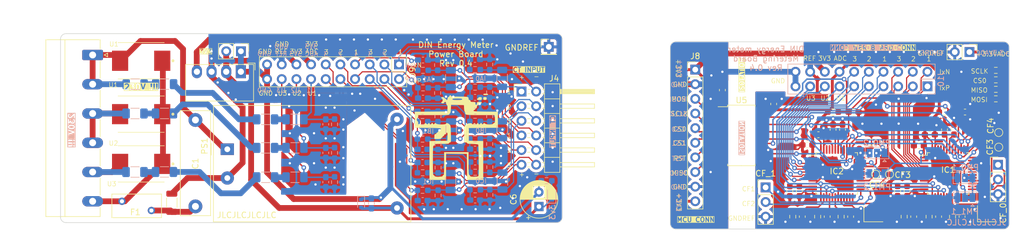
<source format=kicad_pcb>
(kicad_pcb (version 20221018) (generator pcbnew)
  (layers (0 "F.Cu" signal) (31 "B.Cu" signal) (34 "B.Paste" user) (35 "F.Paste" user) (36 "B.SilkS" user "B.Silkscreen") (37 "F.SilkS" user "F.Silkscreen") (38 "B.Mask" user) (39 "F.Mask" user) (44 "Edge.Cuts" user))
  (property "REVISION" "0.4")
  (net 0 "")
  (net 1 "/PowerBoard/U1")
  (net 2 "/PowerBoard/UN_{in1}")
  (net 3 "+3V3")
  (net 4 "GND")
  (net 5 "Net-(IC1-VREF)")
  (net 6 "Net-(IC1-V1N)")
  (net 7 "Net-(IC1-V2N)")
  (net 8 "Net-(C13-Pad1)")
  (net 9 "Net-(IC1-V3N)")
  (net 10 "Net-(IC2-VREF)")
  (net 11 "Net-(IC2-V1N)")
  (net 12 "Net-(IC2-V2N)")
  (net 13 "Net-(C29-Pad1)")
  (net 14 "Net-(IC2-V3N)")
  (net 15 "/PowerBoard/U1_S")
  (net 16 "Net-(IC1-OSCI)")
  (net 17 "Net-(IC1-OSCO)")
  (net 18 "Net-(IC1-ZX0)")
  (net 19 "/MeteringConn/SCLK")
  (net 20 "/MeteringConn/MISO")
  (net 21 "/MeteringConn/MOSI")
  (net 22 "Net-(IC1-ZX1)")
  (net 23 "Net-(IC1-ZX2)")
  (net 24 "Net-(IC1-CF3)")
  (net 25 "Net-(IC1-CF4)")
  (net 26 "Net-(IC1-WARNOUT)")
  (net 27 "Net-(IC1-IRQ0)")
  (net 28 "Net-(IC1-IRQ1)")
  (net 29 "/PowerBoard/U2_S")
  (net 30 "/PowerBoard/U3_S")
  (net 31 "/PowerBoard/UN")
  (net 32 "/PowerBoard/U2")
  (net 33 "/PowerBoard/U3")
  (net 37 "Net-(IC2-OSCI)")
  (net 38 "Net-(IC2-OSCO)")
  (net 39 "Net-(IC2-ZX0)")
  (net 40 "/MeteringConn/CS_0")
  (net 41 "/MeteringConn/CS_1")
  (net 42 "Net-(IC2-ZX1)")
  (net 43 "GNDREF")
  (net 44 "+3.3VADC")
  (net 45 "Net-(IC2-ZX2)")
  (net 46 "Net-(IC2-CF3)")
  (net 47 "Net-(IC2-CF4)")
  (net 48 "Net-(IC2-WARNOUT)")
  (net 49 "Net-(IC2-IRQ0)")
  (net 50 "Net-(IC2-IRQ1)")
  (net 53 "/PowerBoard/IC1-")
  (net 54 "/PowerBoard/IC1+")
  (net 55 "/PowerBoard/IB1-")
  (net 56 "/PowerBoard/IB1+")
  (net 57 "/PowerBoard/IA1-")
  (net 58 "/PowerBoard/IA1+")
  (net 59 "/PowerBoard/IC0-")
  (net 60 "/PowerBoard/IC0+")
  (net 61 "/PowerBoard/IB0-")
  (net 62 "/PowerBoard/IB0+")
  (net 63 "/PowerBoard/IA0-")
  (net 64 "/PowerBoard/IA0+")
  (net 65 "/PowerBoard/U1_{1}")
  (net 66 "/PowerBoard/U2_{1}")
  (net 67 "/PowerBoard/U3_{1}")
  (net 68 "/PowerBoard/U1_{2}")
  (net 69 "/PowerBoard/U2_{2}")
  (net 70 "/PowerBoard/U3_{2}")
  (net 71 "/PowerBoard/U1_{3}")
  (net 72 "/PowerBoard/U2_{3}")
  (net 73 "/PowerBoard/U3_{3}")
  (net 74 "Net-(J8-Pin_3)")
  (net 76 "/PowerBoard/I1P_0")
  (net 77 "/PowerBoard/I1N_0")
  (net 78 "/PowerBoard/I2P_0")
  (net 79 "/PowerBoard/I2N_0")
  (net 80 "/PowerBoard/I3P_0")
  (net 81 "/PowerBoard/I3N_0")
  (net 82 "/PowerBoard/I1P_1")
  (net 83 "/PowerBoard/I1N_1")
  (net 84 "/PowerBoard/I2P_1")
  (net 85 "/PowerBoard/I2N_1")
  (net 86 "/PowerBoard/I3P_1")
  (net 87 "/PowerBoard/I3N_1")
  (net 88 "Net-(J8-Pin_4)")
  (net 89 "/I1N_1")
  (net 90 "Net-(J8-Pin_5)")
  (net 91 "Net-(J8-Pin_6)")
  (net 92 "Net-(J8-Pin_7)")
  (net 93 "Net-(J8-Pin_8)")
  (net 94 "/I1N_0")
  (net 95 "/I3N_1")
  (net 96 "Net-(D2-A)")
  (net 97 "/U1_S")
  (net 98 "/U2_S")
  (net 99 "/U3_S")
  (net 100 "/I2N_0")
  (net 101 "/I3N_0")
  (net 102 "/MeteringConn/RESET")
  (net 103 "/I1P_0")
  (net 104 "/I2P_0")
  (net 105 "/I3P_0")
  (net 106 "/I1P_1")
  (net 107 "/I2P_1")
  (net 108 "/I2N_1")
  (net 109 "/I3P_1")
  (net 110 "/MeteringIC0/CF1")
  (net 111 "/MeteringIC0/CF2")
  (net 112 "/MeteringIC0/PM0")
  (net 113 "/MeteringIC0/PM1")
  (net 114 "/MeteringIC1/CF1")
  (net 115 "/MeteringIC1/CF2")
  (net 116 "/MeteringIC1/PM0")
  (net 117 "/MeteringIC1/PM1")
  (footprint "Resistor_SMD:R_0603_1608Metric_Pad0.98x0.95mm_HandSolder" (layer "F.Cu") (at 185.674 60.833 180)
    (fp_text reference "R52" hide)
    (fp_text value "10K")
  )
  (footprint "Capacitor_SMD:C_0603_1608Metric_Pad1.08x0.95mm_HandSolder" (layer "F.Cu") (at 159.893 51.816 -90)
    (fp_text reference "C17" hide)
    (fp_text value "100nF")
  )
  (footprint "Resistor_SMD:R_0603_1608Metric_Pad0.98x0.95mm_HandSolder" (layer "F.Cu") (at 179.07 55.626)
    (fp_text reference "R37" hide)
    (fp_text value "10K")
  )
  (footprint "Capacitor_SMD:C_0603_1608Metric_Pad1.08x0.95mm_HandSolder" (layer "F.Cu") (at 182.626 55.626)
    (fp_text reference "C32" hide)
    (fp_text value "100nF")
  )
  (footprint "Capacitor_SMD:C_0603_1608Metric_Pad1.08x0.95mm_HandSolder" (layer "F.Cu") (at 190.246 69.342 90)
    (fp_text reference "C9" hide)
    (fp_text value "100nF")
  )
  (footprint "Capacitor_SMD:C_0603_1608Metric_Pad1.08x0.95mm_HandSolder" (layer "F.Cu") (at 174.625 61.341)
    (fp_text reference "C24" hide)
    (fp_text value "100nF")
  )
  (footprint "Package_QFP:TQFP-48_7x7mm_P0.5mm" (layer "F.Cu") (at 179.705 66.294)
    (fp_text reference "IC2")
    (fp_text value "ATM90E32AS")
  )
  (footprint "Connector_PinHeader_2.54mm:PinHeader_1x02_P2.54mm_Vertical" (layer "F.Cu") (at 202.692 45.212 -90)
    (fp_text reference "J12" hide)
    (fp_text value "Conn_01x02")
  )
  (footprint "Resistor_SMD:R_0603_1608Metric_Pad0.98x0.95mm_HandSolder" (layer "F.Cu") (at 180.467 73.787 -90)
    (fp_text reference "R36" hide)
    (fp_text value "1K")
  )
  (footprint "Resistor_SMD:R_0603_1608Metric_Pad0.98x0.95mm_HandSolder" (layer "F.Cu") (at 207.264 50.038 180)
    (fp_text reference "R53" hide)
    (fp_text value "10K")
  )
  (footprint "PCM_kikit:Board" (layer "F.Cu") (at 46.508 42.025)
    (fp_text reference "B1" hide)
    (fp_text value "PowerBoard")
  )
  (footprint "Capacitor_SMD:C_0603_1608Metric_Pad1.08x0.95mm_HandSolder" (layer "F.Cu") (at 182.118 73.787 90)
    (fp_text reference "C31" hide)
    (fp_text value "18nF")
  )
  (footprint "Connector_PinHeader_2.54mm:PinHeader_2x10_P2.54mm_Vertical" (layer "F.Cu") (at 103.881 47.366 -90)
    (fp_text reference "J9")
    (fp_text value "PowerBoard")
  )
  (footprint "Project:CU3225" (layer "F.Cu") (at 59.208 55.995 180)
    (fp_text reference "RV2" hide)
    (fp_text value "275 VAC" hide)
  )
  (footprint "Resistor_SMD:R_0603_1608Metric_Pad0.98x0.95mm_HandSolder" (layer "F.Cu") (at 207.264 51.689 180)
    (fp_text reference "R56" hide)
    (fp_text value "10K")
  )
  (footprint "Capacitor_SMD:C_0603_1608Metric_Pad1.08x0.95mm_HandSolder" (layer "F.Cu") (at 198.374 58.674 90)
    (fp_text reference "C14" hide)
    (fp_text value "100nF")
  )
  (footprint "Capacitor_SMD:C_0603_1608Metric_Pad1.08x0.95mm_HandSolder" (layer "F.Cu") (at 195.834 59.563 180)
    (fp_text reference "C11" hide)
    (fp_text value "100nF")
  )
  (footprint "Project:CU3225" (layer "F.Cu") (at 59.208 64.631 180)
    (fp_text reference "RV3" hide)
    (fp_text value "275 VAC" hide)
  )
  (footprint "Crystal:Crystal_SMD_2520-4Pin_2.5x2.0mm" (layer "F.Cu") (at 205.74 73.279)
    (fp_text reference "Y1" hide)
    (fp_text value "16.384MHz")
  )
  (footprint "Connector_PinHeader_2.54mm:PinHeader_1x10_P2.54mm_Vertical" (layer "F.Cu") (at 155.194 48.259)
    (fp_text reference "J8")
    (fp_text value "MCU_CONN")
  )
  (footprint "Capacitor_SMD:C_0603_1608Metric_Pad1.08x0.95mm_HandSolder" (layer "F.Cu") (at 201.93 55.626)
    (fp_text reference "C16" hide)
    (fp_text value "100nF")
  )
  (footprint "Capacitor_SMD:C_0603_1608Metric_Pad1.08x0.95mm_HandSolder" (layer "F.Cu") (at 171.577 69.3685 90)
    (fp_text reference "C25" hide)
    (fp_text value "100nF")
  )
  (footprint "Project:CU3225" (layer "F.Cu") (at 59.208 46.724 180)
    (fp_text reference "RV1" hide)
    (fp_text value "275 VAC" hide)
  )
  (footprint "Crystal:Crystal_SMD_2520-4Pin_2.5x2.0mm" (layer "F.Cu") (at 186.055 73.279)
    (fp_text reference "Y2" hide)
    (fp_text value "16.384MHz")
  )
  (footprint "Connector_PinHeader_2.54mm:PinHeader_1x01_P2.54mm_Vertical" (layer "F.Cu") (at 129.82 44.311)
    (fp_text reference "J3" hide)
    (fp_text value "GNDREF")
  )
  (footprint "Inductor_SMD:L_1206_3216Metric" (layer "F.Cu") (at 64.516 71.374 90)
    (fp_text reference "L1" hide)
    (fp_text value "270 nH")
  )
  (footprint "Capacitor_SMD:C_0603_1608Metric_Pad1.08x0.95mm_HandSolder" (layer "F.Cu") (at 193.929 61.468)
    (fp_text reference "C8" hide)
    (fp_text value "100nF")
  )
  (footprint "Capacitor_SMD:C_0603_1608Metric_Pad1.08x0.95mm_HandSolder" (layer "F.Cu") (at 179.07 58.674 90)
    (fp_text reference "C30" hide)
    (fp_text value "100nF")
  )
  (footprint "TestPoint:TestPoint_Pad_D1.0mm" (layer "F.Cu") (at 207.772 61.722 90)
    (fp_text reference "TP2" hide)
    (fp_text value "CF3")
  )
  (footprint "Connector_PinHeader_2.54mm:PinHeader_1x02_P2.54mm_Vertical" (layer "F.Cu") (at 76.485 45.073 -90)
    (fp_text reference "J1" hide)
    (fp_text value "PWR")
  )
  (footprint "Resistor_SMD:R_0603_1608Metric_Pad0.98x0.95mm_HandSolder" (layer "F.Cu") (at 207.264 53.34 180)
    (fp_text reference "R55" hide)
    (fp_text value "10K")
  )
  (footprint "Connector_PinHeader_2.54mm:PinHeader_2x06_P2.54mm_Horizontal" (layer "F.Cu") (at 125.095 52.07)
    (fp_text reference "J4")
    (fp_text value "Conn_02x06_Odd_Even")
  )
  (footprint "Capacitor_THT:CP_Radial_D6.3mm_P2.50mm" (layer "F.Cu") (at 128.1176 72.0344 90)
    (fp_text reference "C6")
    (fp_text value "100uF")
  )
  (footprint "Capacitor_SMD:C_0603_1608Metric_Pad1.08x0.95mm_HandSolder" (layer "F.Cu") (at 173.736 73.787 90)
    (fp_text reference "C26" hide)
    (fp_text value "18nF")
  )
  (footprint "Capacitor_SMD:C_0603_1608Metric_Pad1.08x0.95mm_HandSolder" (layer "F.Cu") (at 193.04 73.787 90)
    (fp_text reference "C10" hide)
    (fp_text value "18nF")
  )
  (footprint "Package_QFP:TQFP-48_7x7mm_P0.5mm" (layer "F.Cu") (at 199.009 66.294)
    (fp_text reference "IC1")
    (fp_text value "ATM90E32AS")
  )
  (footprint "TestPoint:TestPoint_Pad_D1.0mm" (layer "F.Cu") (at 188.849 66.421)
    (fp_text reference "TP11" hide)
    (fp_text value "CF3")
  )
  (footprint "Capacitor_SMD:C_0603_1608Metric_Pad1.08x0.95mm_HandSolder" (layer "F.Cu") (at 180.721 58.674 90)
    (fp_text reference "C29" hide)
    (fp_text value "10uF")
  )
  (footprint "Project:Converter_DCDC_SIP4_THT" (layer "F.Cu") (at 76.48 48.629 -90)
    (fp_text reference "PS2" hide)
    (fp_text value "AM1SS-0303S")
  )
  (footprint "Resistor_SMD:R_0603_1608Metric_Pad0.98x0.95mm_HandSolder" (layer "F.Cu") (at 195.707 73.787 -90)
    (fp_text reference "R17" hide)
    (fp_text value "1K")
  )
  (footprint "Capacitor_SMD:C_0603_1608Metric_Pad1.08x0.95mm_HandSolder" (layer "F.Cu") (at 191.897 69.342 90)
    (fp_text reference "C7" hide)
    (fp_text value "4.7uF")
  )
  (footprint "Fuse:Fuse_BelFuse_0ZRE0012FF_L8.3mm_W3.8mm" (layer "F.Cu") (at 55.88 71.12)
    (fp_text reference "F1")
    (fp_text value "120mA polyfuse")
  )
  (footprint "Connector_PinHeader_2.54mm:PinHeader_1x03_P2.54mm_Vertical" (layer "F.Cu") (at 207.645 64.785)
    (fp_text reference "J7" hide)
    (fp_text value "CF_${IC}")
  )
  (footprint "Connector_PinHeader_2.54mm:PinHeader_1x03_P2.54mm_Vertical" (layer "F.Cu") (at 167.386 68.707)
    (fp_text reference "J11" hide)
    (fp_text value "CF_${IC}")
  )
  (footprint "Capacitor_THT:C_Rect_L18.0mm_W5.0mm_P15.00mm_FKS3_FKP3" (layer "F.Cu") (at 68.606 57.004 -90)
    (fp_text reference "C1")
    (fp_text value "X2 100nF/275Vac")
  )
  (footprint "Capacitor_SMD:C_0603_1608Metric_Pad1.08x0.95mm_HandSolder" (layer "F.Cu") (at 178.054 73.787 90)
    (fp_text reference "C28" hide)
    (fp_text value "18nF")
  )
  (footprint "Capacitor_SMD:C_0603_1608Metric_Pad1.08x0.95mm_HandSolder" (layer "F.Cu") (at 197.358 73.787 90)
    (fp_text reference "C12" hide)
    (fp_text value "18nF")
  )
  (footprint "Resistor_SMD:R_0603_1608Metric_Pad0.98x0.95mm_HandSolder" (layer "F.Cu") (at 172.085 73.787 -90)
    (fp_text reference "R34" hide)
    (fp_text value "1K")
  )
  (footprint "Resistor_SMD:R_0603_1608Metric_Pad0.98x0.95mm_HandSolder" (layer "F.Cu") (at 199.771 73.787 -90)
    (fp_text reference "R18" hide)
    (fp_text value "1K")
  )
  (footprint "TestPoint:TestPoint_Pad_D1.0mm" (layer "F.Cu") (at 207.772 59.182 90)
    (fp_text reference "TP6" hide)
    (fp_text value "CF4")
  )
  (footprint "Capacitor_SMD:C_0603_1608Metric_Pad1.08x0.95mm_HandSolder" (layer "F.Cu") (at 200.025 58.674 90)
    (fp_text reference "C13" hide)
    (fp_text value "10uF")
  )
  (footprint "Project:darwiniajack" (layer "F.Cu") (at 113.979 60.054)
    (fp_text reference "G1" hide)
    (fp_text value "darwiniajack" hide)
  )
  (footprint "Capacitor_SMD:C_0603_1608Metric_Pad1.08x0.95mm_HandSolder" (layer "F.Cu") (at 173.228 69.3685 90)
    (fp_text reference "C23" hide)
    (fp_text value "4.7uF")
  )
  (footprint "Resistor_SMD:R_0603_1608Metric_Pad0.98x0.95mm_HandSolder" (layer "F.Cu") (at 207.264 48.387 180)
    (fp_text reference "R54" hide)
    (fp_text value "10K")
  )
  (footprint "Capacitor_SMD:C_0603_1608Metric_Pad1.08x0.95mm_HandSolder" (layer "F.Cu") (at 168.783 54.229 -90)
    (fp_text reference "C18" hide)
    (fp_text value "100nF")
  )
  (footprint "Package_SO:SOIC-16_4.55x10.3mm_P1.27mm" (layer "F.Cu") (at 163.195 59.684)
    (fp_text reference "U5")
    (fp_text value "Π161M31")
  )
  (footprint "Resistor_SMD:R_0603_1608Metric_Pad0.98x0.95mm_HandSolder" (layer "F.Cu") (at 191.389 73.787 -90)
    (fp_text reference "R16" hide)
    (fp_text value "1K")
  )
  (footprint "Capacitor_SMD:C_0603_1608Metric_Pad1.08x0.95mm_HandSolder" (layer "F.Cu") (at 176.53 59.563 180)
    (fp_text reference "C27" hide)
    (fp_text value "100nF")
  )
  (footprint "Resistor_SMD:R_0603_1608Metric_Pad0.98x0.95mm_HandSolder" (layer "F.Cu") (at 176.403 73.787 -90)
    (fp_text reference "R35" hide)
    (fp_text value "1K")
  )
  (footprint "Resistor_SMD:R_0603_1608Metric_Pad0.98x0.95mm_HandSolder" (layer "F.Cu") (at 198.374 55.626)
    (fp_text reference "R19" hide)
    (fp_text value "10K")
  )
  (footprint "Connector_Phoenix_MC_HighVoltage:PhoenixContact_MC_1,5_6-G-5.08_1x06_P5.08mm_Horizontal" (layer "F.Cu") (at 50.8 45.72 -90)
    (fp_text reference "J2" hide)
    (fp_text value "PHASE_CONN")
  )
  (footprint "PCM_kikit:Board" (layer "F.Cu") (at 152.68 43.422)
    (fp_text reference "B2" hide)
    (fp_text value "MeteringBoard")
  )
  (footprint "TestPoint:TestPoint_Pad_D1.0mm" (layer "F.Cu") (at 186.436 66.421)
    (fp_text reference "TP15" hide)
    (fp_text value "CF4")
  )
  (footprint "Capacitor_SMD:C_0603_1608Metric_Pad1.08x0.95mm_HandSolder" (layer "F.Cu") (at 201.422 73.787 90)
    (fp_text reference "C15" hide)
    (fp_text value "18nF")
  )
  (footprint "Project:Converter_ACDC_HiLink_HLK-PMxx" (layer "F.Cu") (at 74.131 62.084)
    (fp_text reference "PS1")
    (fp_text value "HLK-PM03")
  )
  (footprint "Capacitor_SMD:C_0603_1608Metric_Pad1.08x0.95mm_HandSolder" (layer "B.Cu") (at 91.186 67.7915 -90)
    (fp_text reference "C5" hide)
    (fp_text value "18nF")
  )
  (footprint "Resistor_SMD:R_1206_3216Metric_Pad1.30x1.75mm_HandSolder" (layer "B.Cu") (at 63.246 55.868)
    (fp_text reference "R5" hide)
    (fp_text value "220K")
  )
  (footprint "Capacitor_SMD:C_0603_1608Metric_Pad1.08x0.95mm_HandSolder" (layer "B.Cu") (at 107.95 55.499)
    (fp_text reference "C48" hide)
    (fp_text value "18nF")
  )
  (footprint "Capacitor_SMD:C_0603_1608Metric_Pad1.08x0.95mm_HandSolder" (layer "B.Cu") (at 107.95 62.103)
    (fp_text reference "C47" hide)
    (fp_text value "18nF")
  )
  (footprint "Resistor_SMD:R_1206_3216Metric_Pad1.30x1.75mm_HandSolder" (layer "B.Cu") (at 80.772 66.9544)
    (fp_text reference "R9" hide)
    (fp_text value "220K")
  )
  (footprint "Resistor_SMD:R_1206_3216Metric_Pad1.30x1.75mm_HandSolder" (layer "B.Cu") (at 80.772 56.896)
    (fp_text reference "R7" hide)
    (fp_text value "220K")
  )
  (footprint "Resistor_SMD:R_1206_3216Metric" (layer "B.Cu") (at 112.854666 49.8455 90)
    (fp_text reference "R78" hide)
    (fp_text value "20")
  )
  (footprint "Capacitor_SMD:C_0603_1608Metric_Pad1.08x0.95mm_HandSolder" (layer "B.Cu") (at 108.028666 53.209)
    (fp_text reference "C45" hide)
    (fp_text value "18nF")
  )
  (footprint "Resistor_SMD:R_1206_3216Metric" (layer "B.Cu") (at 121.793 67.606 90)
    (fp_text reference "R65" hide)
    (fp_text value "20")
  )
  (footprint "Resistor_SMD:R_0603_1608Metric_Pad0.98x0.95mm_HandSolder" (layer "B.Cu") (at 117.0675 69.13)
    (fp_text reference "R76" hide)
    (fp_text value "1K")
  )
  (footprint "Resistor_SMD:R_1206_3216Metric_Pad1.30x1.75mm_HandSolder" (layer "B.Cu") (at 58.14 55.88)
    (fp_text reference "R2" hide)
    (fp_text value "220K")
  )
  (footprint "Capacitor_SMD:C_0603_1608Metric_Pad1.08x0.95mm_HandSolder" (layer "B.Cu") (at 117.045666 53.086)
    (fp_text reference "C39" hide)
    (fp_text value "18nF")
  )
  (footprint "Resistor_SMD:R_1206_3216Metric_Pad1.30x1.75mm_HandSolder" (layer "B.Cu") (at 85.852 66.9544)
    (fp_text reference "R12" hide)
    (fp_text value "220K")
  )
  (footprint "Resistor_SMD:R_0603_1608Metric_Pad0.98x0.95mm_HandSolder" (layer "B.Cu") (at 117.045666 60.287)
    (fp_text reference "R74" hide)
    (fp_text value "1K")
  )
  (footprint "Resistor_SMD:R_0603_1608Metric_Pad0.98x0.95mm_HandSolder" (layer "B.Cu") (at 110.568666 47.4705 -90)
    (fp_text reference "R82" hide)
    (fp_text value "2.4")
  )
  (footprint "Resistor_SMD:R_1206_3216Metric" (layer "B.Cu") (at 112.903 58.7355 90)
    (fp_text reference "R79" hide)
    (fp_text value "20")
  )
  (footprint "Jumper:SolderJumper-3_P1.3mm_Bridged12_Pad1.0x1.5mm" (layer "B.Cu") (at 201.93 67.056 180)
    (fp_text reference "PM0_1")
    (fp_text value "SolderJumper_3_Bridged12")
  )
  (footprint "Connector_PinHeader_2.54mm:PinHeader_2x10_P2.54mm_Vertical" (layer "B.Cu") (at 195.422 51.175 90)
    (fp_text reference "J10")
    (fp_text value "PowerBoard")
  )
  (footprint "Resistor_SMD:R_0603_1608Metric_Pad0.98x0.95mm_HandSolder" (layer "B.Cu") (at 119.585666 56.35 -90)
    (fp_text reference "R69" hide)
    (fp_text value "2.4")
  )
  (footprint "Resistor_SMD:R_0603_1608Metric_Pad0.98x0.95mm_HandSolder" (layer "B.Cu") (at 92.71 62.7115 -90)
    (fp_text reference "R14" hide)
    (fp_text value "1K")
  )
  (footprint "Resistor_SMD:R_0603_1608Metric_Pad0.98x0.95mm_HandSolder" (layer "B.Cu") (at 92.71 67.7915 -90)
    (fp_text reference "R15" hide)
    (fp_text value "1K")
  )
  (footprint "Resistor_SMD:R_1206_3216Metric_Pad1.30x1.75mm_HandSolder" (layer "B.Cu") (at 80.772 61.849)
    (fp_text reference "R8" hide)
    (fp_text value "220K")
  )
  (footprint "Jumper:SolderJumper-3_P1.3mm_Bridged12_Pad1.0x1.5mm" (layer "B.Cu") (at 186.66 66.294 180)
    (fp_text reference "PM1_2")
    (fp_text value "SolderJumper_3_Bridged12")
  )
  (footprint "Resistor_SMD:R_0603_1608Metric_Pad0.98x0.95mm_HandSolder" (layer "B.Cu") (at 117.045666 57.239)
    (fp_text reference "R75" hide)
    (fp_text value "1K")
  )
  (footprint "Capacitor_SMD:C_0603_1608Metric_Pad1.08x0.95mm_HandSolder" (layer "B.Cu") (at 91.186 57.7585 -90)
    (fp_text reference "C3" hide)
    (fp_text value "18nF")
  )
  (footprint "Capacitor_SMD:C_0603_1608Metric_Pad1.08x0.95mm_HandSolder" (layer "B.Cu") (at 117.0675 64.304)
    (fp_text reference "C44" hide)
    (fp_text value "18nF")
  )
  (footprint "Resistor_SMD:R_1206_3216Metric" (layer "B.Cu") (at 121.744666 49.784 90)
    (fp_text reference "R63" hide)
    (fp_text value "20")
  )
  (footprint "Capacitor_SMD:C_0603_1608Metric_Pad1.08x0.95mm_HandSolder" (layer "B.Cu") (at 107.9765 70.993)
    (fp_text reference "C49" hide)
    (fp_text value "18nF")
  )
  (footprint "Resistor_SMD:R_0603_1608Metric_Pad0.98x0.95mm_HandSolder" (layer "B.Cu") (at 110.617 61.214 -90)
    (fp_text reference "R83" hide)
    (fp_text value "2.4")
  )
  (footprint "Resistor_SMD:R_0603_1608Metric_Pad0.98x0.95mm_HandSolder" (layer "B.Cu") (at 110.568666 52.32 -90)
    (fp_text reference "R81" hide)
    (fp_text value "2.4")
  )
  (footprint "Diode_SMD:D_0603_1608Metric" (layer "B.Cu") (at 130.328 69.965 90)
    (fp_text reference "D2" hide)
    (fp_text value "3v3")
  )
  (footprint "Resistor_SMD:R_0603_1608Metric_Pad0.98x0.95mm_HandSolder" (layer "B.Cu") (at 110.617 56.388 -90)
    (fp_text reference "R84" hide)
    (fp_text value "2.4")
  )
  (footprint "Resistor_SMD:R_0603_1608Metric_Pad0.98x0.95mm_HandSolder" (layer "B.Cu") (at 107.9765 66.167)
    (fp_text reference "R92" hide)
    (fp_text value "1K")
  )
  (footprint "Resistor_SMD:R_1206_3216Metric_Pad1.30x1.75mm_HandSolder" (layer "B.Cu") (at 58.166 50.8)
    (fp_text reference "R1" hide)
    (fp_text value "220K")
  )
  (footprint "Resistor_SMD:R_0603_1608Metric_Pad0.98x0.95mm_HandSolder" (layer "B.Cu") (at 107.95 57.277)
    (fp_text reference "R90" hide)
    (fp_text value "1K")
  )
  (footprint "Resistor_SMD:R_0603_1608Metric_Pad0.98x0.95mm_HandSolder" (layer "B.Cu") (at 119.6075 70.019 -90)
    (fp_text reference "R70" hide)
    (fp_text value "2.4")
  )
  (footprint "Resistor_SMD:R_1206_3216Metric" (layer "B.Cu") (at 112.8025 67.691 90)
    (fp_text reference "R80" hide)
    (fp_text value "20")
  )
  (footprint "Capacitor_SMD:C_0603_1608Metric_Pad1.08x0.95mm_HandSolder" (layer "B.Cu") (at 99.086 71.489 90)
    (fp_text reference "C2" hide)
    (fp_text value "1uF")
  )
  (footprint "Capacitor_SMD:C_0603_1608Metric_Pad1.08x0.95mm_HandSolder" (layer "B.Cu") (at 117.0675 70.908)
    (fp_text reference "C43" hide)
    (fp_text value "18nF")
  )
  (footprint "Resistor_SMD:R_1206_3216Metric" (layer "B.Cu") (at 121.744666 58.7015 90)
    (fp_text reference "R64" hide)
    (fp_text value "20")
  )
  (footprint "Resistor_SMD:R_1206_3216Metric_Pad1.30x1.75mm_HandSolder" (layer "B.Cu") (at 63.272 50.788)
    (fp_text reference "R4" hide)
    (fp_text value "220K")
  )
  (footprint "Diode_SMD:D_SOD-523" (layer "B.Cu") (at 97.308 71.489 -90)
    (fp_text reference "D1" hide)
    (fp_text value "D_TVS")
  )
  (footprint "Resistor_SMD:R_0603_1608Metric_Pad0.98x0.95mm_HandSolder" (layer "B.Cu") (at 117.0675 66.082)
    (fp_text reference "R77" hide)
    (fp_text value "1K")
  )
  (footprint "Resistor_SMD:R_0603_1608Metric_Pad0.98x0.95mm_HandSolder" (layer "B.Cu") (at 117.045666 48.26)
    (fp_text reference "R73" hide)
    (fp_text value "1K")
  )
  (footprint "Resistor_SMD:R_1206_3216Metric_Pad1.30x1.75mm_HandSolder" (layer "B.Cu") (at 63.246 66.028)
    (fp_text reference "R6" hide)
    (fp_text value "220K")
  )
  (footprint "Jumper:SolderJumper-3_P1.3mm_Bridged12_Pad1.0x1.5mm" (layer "B.Cu") (at 201.93 70.485 180)
    (fp_text reference "PM1_1")
    (fp_text value "SolderJumper_3_Bridged12")
  )
  (footprint "Resistor_SMD:R_0603_1608Metric_Pad0.98x0.95mm_HandSolder" (layer "B.Cu") (at 107.953 69.215)
    (fp_text reference "R91" hide)
    (fp_text value "1K")
  )
  (footprint "Resistor_SMD:R_1206_3216Metric_Pad1.30x1.75mm_HandSolder" (layer "B.Cu") (at 58.14 66.04)
    (fp_text reference "R3" hide)
    (fp_text value "220K")
  )
  (footprint "Capacitor_SMD:C_0603_1608Metric_Pad1.08x0.95mm_HandSolder" (layer "B.Cu") (at 108.028666 46.605)
    (fp_text reference "C46" hide)
    (fp_text value "18nF")
  )
  (footprint "Capacitor_SMD:C_0603_1608Metric_Pad1.08x0.95mm_HandSolder" (layer "B.Cu") (at 117.045666 46.482)
    (fp_text reference "C40" hide)
    (fp_text value "18nF")
  )
  (footprint "Capacitor_SMD:C_0603_1608Metric_Pad1.08x0.95mm_HandSolder" (layer "B.Cu") (at 117.072166 55.461)
    (fp_text reference "C42" hide)
    (fp_text value "18nF")
  )
  (footprint "Resistor_SMD:R_0603_1608Metric_Pad0.98x0.95mm_HandSolder" (layer "B.Cu") (at 108.028666 51.431)
    (fp_text reference "R87" hide)
    (fp_text value "1K")
  )
  (footprint "Resistor_SMD:R_0603_1608Metric_Pad0.98x0.95mm_HandSolder" (layer "B.Cu") (at 129.439 67.552 180)
    (fp_text reference "R22" hide)
    (fp_text value "27")
  )
  (footprint "Resistor_SMD:R_0603_1608Metric_Pad0.98x0.95mm_HandSolder" (layer "B.Cu") (at 119.585666 52.197 -90)
    (fp_text reference "R66" hide)
    (fp_text value "2.4")
  )
  (footprint "Resistor_SMD:R_0603_1608Metric_Pad0.98x0.95mm_HandSolder" (layer "B.Cu") (at 107.95 60.325)
    (fp_text reference "R89" hide)
    (fp_text value "1K")
  )
  (footprint "Resistor_SMD:R_0603_1608Metric_Pad0.98x0.95mm_HandSolder" (layer "B.Cu") (at 119.585666 47.371 -90)
    (fp_text reference "R67" hide)
    (fp_text value "2.4")
  )
  (footprint "Resistor_SMD:R_0603_1608Metric_Pad0.98x0.95mm_HandSolder" (layer "B.Cu") (at 92.71 57.7585 -90)
    (fp_text reference "R13" hide)
    (fp_text value "1K")
  )
  (footprint "Resistor_SMD:R_0603_1608Metric_Pad0.98x0.95mm_HandSolder" (layer "B.Cu") (at 110.6435 70.104 -90)
    (fp_text reference "R85" hide)
    (fp_text value "2.4")
  )
  (footprint "Capacitor_SMD:C_0603_1608Metric_Pad1.08x0.95mm_HandSolder" (layer "B.Cu") (at 107.95 64.389)
    (fp_text reference "C50" hide)
    (fp_text value "18nF")
  )
  (footprint "Resistor_SMD:R_0603_1608Metric_Pad0.98x0.95mm_HandSolder" (layer "B.Cu") (at 108.028666 48.383)
    (fp_text reference "R88" hide)
    (fp_text value "1K")
  )
  (footprint "Resistor_SMD:R_0603_1608Metric_Pad0.98x0.95mm_HandSolder" (layer "B.Cu") (at 117.045666 51.308)
    (fp_text reference "R72" hide)
    (fp_text value "1K")
  )
  (footprint "Capacitor_SMD:C_0603_1608Metric_Pad1.08x0.95mm_HandSolder" (layer "B.Cu") (at 117.045666 62.065)
    (fp_text reference "C41" hide)
    (fp_text value "18nF")
  )
  (footprint "Resistor_SMD:R_0603_1608Metric_Pad0.98x0.95mm_HandSolder" (layer "B.Cu") (at 119.6075 65.193 -90)
    (fp_text reference "R71" hide)
    (fp_text value "2.4")
  )
  (footprint "Resistor_SMD:R_0603_1608Metric_Pad0.98x0.95mm_HandSolder" (layer "B.Cu") (at 110.6435 65.278 -90)
    (fp_text reference "R86" hide)
    (fp_text value "2.4")
  )
  (footprint "Resistor_SMD:R_1206_3216Metric_Pad1.30x1.75mm_HandSolder" (layer "B.Cu") (at 85.852 61.849)
    (fp_text reference "R11" hide)
    (fp_text value "220K")
  )
  (footprint "Resistor_SMD:R_0603_1608Metric_Pad0.98x0.95mm_HandSolder" (layer "B.Cu") (at 119.585666 61.176 -90)
    (fp_text reference "R68" hide)
    (fp_text value "2.4")
  )
  (footprint "Capacitor_SMD:C_0603_1608Metric_Pad1.08x0.95mm_HandSolder" (layer "B.Cu") (at 91.186 62.7115 -90)
    (fp_text reference "C4" hide)
    (fp_text value "18nF")
  )
  (footprint "Jumper:SolderJumper-3_P1.3mm_Bridged12_Pad1.0x1.5mm" (layer "B.Cu") (at 186.69 62.738 180)
    (fp_text reference "PM0_2")
    (fp_text value "SolderJumper_3_Bridged12")
  )
  (footprint "Resistor_SMD:R_1206_3216Metric_Pad1.30x1.75mm_HandSolder" (layer "B.Cu") (at 85.852 56.896)
    (fp_text reference "R10" hide)
    (fp_text value "220K")
  )
  (gr_arc (start 45.24 42.962982) (mid 45.510998 42.301381) (end 46.168251 42.02) (stroke (width 0.1)) (layer "Edge.Cuts"))
  (gr_arc (start 151.818982 75.934) (mid 151.15738 75.663002) (end 150.876 75.005749) (stroke (width 0.1)) (layer "Edge.Cuts"))
  (gr_arc (start 46.182982 74.82) (mid 45.52138 74.549002) (end 45.24 73.891749) (stroke (width 0.1)) (layer "Edge.Cuts"))
  (gr_arc (start 208.633018 43.434) (mid 209.29462 43.704998) (end 209.576 44.362251) (stroke (width 0.1)) (layer "Edge.Cuts"))
  (gr_arc (start 132.14 73.877018) (mid 131.869002 74.53862) (end 131.211749 74.82) (stroke (width 0.1)) (layer "Edge.Cuts"))
  (gr_arc (start 150.876 44.376982) (mid 151.146998 43.71538) (end 151.804251 43.434) (stroke (width 0.1)) (layer "Edge.Cuts"))
  (gr_line (start 151.818982 75.934) (end 208.647749 75.934) (stroke (width 0.1)) (layer "Edge.Cuts"))
  (gr_line (start 208.633018 43.434) (end 151.804251 43.434) (stroke (width 0.1)) (layer "Edge.Cuts"))
  (gr_line (start 209.576 74.991018) (end 209.576 44.362251) (stroke (width 0.1)) (layer "Edge.Cuts"))
  (gr_line (start 46.182982 74.82) (end 131.211749 74.82) (stroke (width 0.1)) (layer "Edge.Cuts"))
  (gr_arc (start 209.576 74.991018) (mid 209.305002 75.65262) (end 208.647749 75.934) (stroke (width 0.1)) (layer "Edge.Cuts"))
  (gr_arc (start 131.197018 42.02) (mid 131.85862 42.290998) (end 132.14 42.948251) (stroke (width 0.1)) (layer "Edge.Cuts"))
  (gr_line (start 150.876 44.376982) (end 150.876 75.005749) (stroke (width 0.1)) (layer "Edge.Cuts"))
  (gr_line (start 131.197018 42.02) (end 46.168251 42.02) (stroke (width 0.1)) (layer "Edge.Cuts"))
  (gr_line (start 132.14 73.877018) (end 132.14 42.948251) (stroke (width 0.1)) (layer "Edge.Cuts"))
  (gr_line (start 45.24 42.962982) (end 45.24 73.891749) (stroke (width 0.1)) (layer "Edge.Cuts"))
  (gr_text "+3V3" (at 152.8318 69.6468 90) (layer "B.SilkS") (effects (font (size 0.8 0.8) (thickness 0.1)) (justify left bottom mirror)))
  (gr_text "SCLK" (at 153.8478 56.4388) (layer "B.SilkS") (effects (font (size 0.8 0.8) (thickness 0.1)) (justify left bottom mirror)))
  (gr_text "230V !!!" (at 47.177 58.784 90) (layer "B.SilkS" knockout) (effects (font (size 1 1) (thickness 0.2) bold) (justify mirror)))
  (gr_text "IB0" (at 119.126 59.309) (layer "B.SilkS") (effects (font (size 0.8 0.8) (thickness 0.1)) (justify left bottom mirror)))
  (gr_text "IxP" (at 104.775 50.419) (layer "B.SilkS") (effects (font (size 0.8 0.8) (thickness 0.1)) (justify right bottom mirror)))
  (gr_text "RST" (at 153.3398 64.1858) (layer "B.SilkS") (effects (font (size 0.8 0.8) (thickness 0.1)) (justify left bottom mirror)))
  (gr_text "GNDREF" (at 193.4464 45.8216) (layer "B.SilkS") (effects (font (size 0.8 0.8) (thickness 0.1)) (justify right bottom mirror)))
  (gr_text "U3" (at 82.5754 52.324) (layer "B.SilkS") (effects (font (size 0.8 0.8) (thickness 0.1)) (justify right bottom mirror)))
  (gr_text "CS0" (at 153.4668 59.1058) (layer "B.SilkS") (effects (font (size 0.8 0.8) (thickness 0.1)) (justify left bottom mirror)))
  (gr_text "+3.3VADC" (at 203.708 45.8216) (layer "B.SilkS") (effects (font (size 0.8 0.8) (thickness 0.1)) (justify right bottom mirror)))
  (gr_text "2" (at 93.2324 46.0738) (layer "B.SilkS") (effects (font (size 0.8 0.8) (thickness 0.1)) (justify right bottom mirror)))
  (gr_text "GND" (at 153.4668 69.1388) (layer "B.SilkS") (effects (font (size 0.8 0.8) (thickness 0.1)) (justify left bottom mirror)))
  (gr_text "IB1" (at 109.982 59.436) (layer "B.SilkS") (effects (font (size 0.8 0.8) (thickness 0.1)) (justify left bottom mirror)))
  (gr_text "GND\nREF" (at 82.2088 45.9722) (layer "B.SilkS") (effects (font (size 0.8 0.8) (thickness 0.1)) (justify right bottom mirror)))
  (gr_text "IC0" (at 119.126 68.072) (layer "B.SilkS") (effects (font (size 0.8 0.8) (thickness 0.1)) (justify left bottom mirror)))
  (gr_text "U2" (at 85.0646 52.324) (layer "B.SilkS") (effects (font (size 0.8 0.8) (thickness 0.1)) (justify right bottom mirror)))
  (gr_text "3" (at 90.7432 46.0738) (layer "B.SilkS") (effects (font (size 0.8 0.8) (thickness 0.1)) (justify right bottom mirror)))
  (gr_text "GND" (at 79.248 52.324) (layer "B.SilkS") (effects (font (size 0.8 0.8) (thickness 0.1)) (justify right bottom mirror)))
  (gr_text "MISO" (at 153.7208 66.7258) (layer "B.SilkS") (effects (font (size 0.8 0.8) (thickness 0.1)) (justify left bottom mirror)))
  (gr_text "DIN Energy meter\nMetering Board\nRev 0.4" (at 167.446 46.338) (layer "B.SilkS") (effects (font (size 1 1)) (justify mirror)))
  (gr_text "U1" (at 87.757 52.324) (layer "B.SilkS") (effects (font (size 0.8 0.8) (thickness 0.1)) (justify right bottom mirror)))
  (gr_text "JLCJLCJLCJLC" (at 203.895 74.786) (layer "B.SilkS") (effects (font (size 1 1)) (justify mirror)))
  (gr_text "MOSI" (at 153.7208 53.8988) (layer "B.SilkS") (effects (font (size 0.8 0.8) (thickness 0.1)) (justify left bottom mirror)))
  (gr_text "IA1" (at 109.855 50.419) (layer "B.SilkS") (effects (font (size 0.8 0.8) (thickness 0.1)) (justify left bottom mirror)))
  (gr_text "IA0" (at 118.999 50.292) (layer "B.SilkS") (effects (font (size 0.8 0.8) (thickness 0.1)) (justify left bottom mirror)))
  (gr_text "GND" (at 79.2734 45.974) (layer "B.SilkS") (effects (font (size 0.8 0.8) (thickness 0.1)) (justify right bottom mirror)))
  (gr_text "3V3" (at 84.7996 45.9722) (layer "B.SilkS") (effects (font (size 0.8 0.8) (thickness 0.1)) (justify right bottom mirror)))
  (gr_text "3" (at 98.414 46.0738) (layer "B.SilkS") (effects (font (size 0.8 0.8) (thickness 0.1)) (justify right bottom mirror)))
  (gr_text "ISOLATION" (at 162.747 63.229 -90) (layer "B.SilkS" knockout) (effects (font (size 0.8 0.8) (thickness 0.16) bold) (justify left bottom mirror)))
  (gr_text "GND" (at 153.4668 51.3588) (layer "B.SilkS") (effects (font (size 0.8 0.8) (thickness 0.1)) (justify left bottom mirror)))
  (gr_text "1" (at 103.5956 46.0738) (layer "B.SilkS") (effects (font (size 0.8 0.8) (thickness 0.1)) (justify right bottom mirror)))
  (gr_text "CT INPUT" (at 130.997 56.117 90) (layer "B.SilkS" knockout) (effects (font (size 0.8 0.8) (thickness 0.16) bold) (justify left bottom mirror)))
  (gr_text "2" (at 100.9032 46.0738) (layer "B.SilkS") (effects (font (size 0.8 0.8) (thickness 0.1)) (justify right bottom mirror)))
  (gr_text "POWER BOARD CONN" (at 191.195 44.941) (layer "B.SilkS" knockout) (effects (font (size 0.8 0.8) (thickness 0.16) bold) (justify left bottom mirror)))
  (gr_text "CS1" (at 153.4668 61.5188) (layer "B.SilkS") (effects (font (size 0.8 0.8) (thickness 0.1)) (justify left bottom mirror)))
  (gr_text "IxN" (at 104.775 48.006) (layer "B.SilkS") (effects (font (size 0.8 0.8) (thickness 0.1)) (justify right bottom mirror)))
  (gr_text "1" (at 95.9248 46.0738) (layer "B.SilkS") (effects (font (size 0.8 0.8) (thickness 0.1)) (justify right bottom mirror)))
  (gr_text "3V3\nADC" (at 87.492 45.9722) (layer "B.SilkS") (effects (font (size 0.8 0.8) (thickness 0.1)) (justify right bottom mirror)))
  (gr_text "+3V3" (at 152.9588 46.4058 90) (layer "B.SilkS") (effects (font (size 0.8 0.8) (thickness 0.1)) (justify left bottom mirror)))
  (gr_text "IC1" (at 109.982 68.199) (layer "B.SilkS") (effects (font (size 0.8 0.8) (thickness 0.1)) (justify left bottom mirror)))
  (gr_text "3" (at 122.5 65.405) (layer "F.SilkS") (effects (font (size 0.8 0.8) (thickness 0.1)) (justify left bottom)))
  (gr_text "-" (at 127.127 49.911) (layer "F.SilkS") (effects (font (size 0.8 0.8) (thickness 0.1)) (justify left bottom)))
  (gr_text "U2" (at 53.5432 61.5188) (layer "F.SilkS") (effects (font (size 0.8 0.8) (thickness 0.1)) (justify left bottom)))
  (gr_text "U2" (at 176.8348 53.6956) (layer "F.SilkS") (effects (font (size 0.8 0.8) (thickness 0.1)) (justify left bottom)))
  (gr_text "1" (at 195.2244 46.8884) (layer "F.SilkS") (effects (font (size 0.8 0.8) (thickness 0.1)) (justify left bottom)))
  (gr_text "U3" (at 174.3456 53.6956) (layer "F.SilkS") (effects (font (size 0.8 0.8) (thickness 0.1)) (justify left bottom)))
  (gr_text "2" (at 122.5 55.245) (layer "F.SilkS") (effects (font (size 0.8 0.8) (thickness 0.1)) (justify left bottom)))
  (gr_text "2" (at 184.8612 46.8884) (layer "F.SilkS") (effects (font (size 0.8 0.8) (thickness 0.1)) (justify left bottom)))
  (gr_text "IxN" (at 197.4088 49.1236) (layer "F.SilkS") (effects (font (size 0.8 0.8) (thickness 0.1)) (justify left bottom)))
  (gr_text "2" (at 192.532 46.8884) (layer "F.SilkS") (effects (font (size 0.8 0.8) (thickness 0.1)) (justify left bottom)))
  (gr_text "REF" (at 173.8376 46.7868) (layer "F.SilkS") (effects (font (size 0.8 0.8) (thickness 0.1)) (justify left bottom)))
  (gr_text "CF2" (at 165.608 72.009) (layer "F.SilkS") (effects (font (size 0.8 0.8) (thickness 0.1)) (justify right bottom)))
  (gr_text "MISO" (at 202.879 52.307) (layer "F.SilkS") (effects (font (size 0.8 0.8) (thickness 0.1)) (justify left bottom)))
  (gr_text "GND\nREF" (at 82.3104 45.5912) (layer "F.SilkS") (effects (font (size 0.8 0.8) (thickness 0.1)) (justify left bottom)))
  (gr_text "2" (at 122.555 62.738) (layer "F.SilkS") (effects (font (size 0.8 0.8) (thickness 0.1)) (justify left bottom)))
  (gr_text "IxN" (at 105.8816 47.928) (layer "F.SilkS") (effects (font (size 0.8 0.8) (thickness 0.1)) (justify left bottom)))
  (gr_text "1" (at 122.5 52.578) (layer "F.SilkS") (effects (font (size 0.8 0.8) (thickness 0.1)) (justify left bottom)))
  (gr_text "GND" (at 79.502 52.832) (layer "F.SilkS") (effects (font (size 0.8 0.8) (thickness 0.1)) (justify left bottom)))
  (gr_text "1" (at 96.0264 45.6928) (layer "F.SilkS") (effects (font (size 0.8 0.8) (thickness 0.1)) (justify left bottom)))
  (gr_text "+3V3" (at 151.892 69.596 -90) (layer "F.SilkS") (effects (font (size 0.8 0.8) (thickness 0.1)) (justify left bottom)))
  (gr_text "3" (at 98.5156 45.6928) (layer "F.SilkS") (effects (font (size 0.8 0.8) (thickness 0.1)) (justify left bottom)))
  (gr_text "MISO" (at 151.003 66.675) (layer "F.SilkS") (effects (font (size 0.8 0.8) (thickness 0.1)) (justify left bottom)))
  (gr_text "2" (at 101.0048 45.6928) (layer "F.SilkS") (effects (font (size 0.8 0.8) (thickness 0.1)) (justify left bottom)))
  (gr_text "3V3" (at 84.9012 45.5912) (layer "F.SilkS") (effects (font (size 0.8 0.8) (thickness 0.1)) (justify left bottom)))
  (gr_text "230V !!!" (at 59.208 51.296) (layer "F.SilkS" knockout) (effects (font (size 1 1) (thickness 0.2) bold)))
  (gr_text "1" (at 187.5536 46.8884) (layer "F.SilkS") (effects (font (size 0.8 0.8) (thickness 0.1)) (justify left bottom)))
  (gr_text "CS1" (at 151.257 61.468) (layer "F.SilkS") (effects (font (size 0.8 0.8) (thickness 0.1)) (justify left bottom)))
  (gr_text "GND" (at 151.257 69.088) (layer "F.SilkS") (effects (font (size 0.8 0.8) (thickness 0.1)) (justify left bottom)))
  (gr_text "GND" (at 168.2496 50.6984) (layer "F.SilkS") (effects (font (size 0.8 0.8) (thickness 0.1)) (justify left bottom)))
  (gr_text "GND" (at 79.375 45.593) (layer "F.SilkS") (effects (font (size 0.8 0.8) (thickness 0.1)) (justify left bottom)))
  (gr_text "3" (at 182.372 46.8884) (layer "F.SilkS") (effects (font (size 0.8 0.8) (thickness 0.1)) (justify left bottom)))
  (gr_text "ADC" (at 179.1208 46.7868) (layer "F.SilkS") (effects (font (size 0.8 0.8) (thickness 0.1)) (justify left bottom)))
  (gr_text "CF1" (at 165.608 69.4436) (layer "F.SilkS") (effects (font (size 0.8 0.8) (thickness 0.1)) (justify right bottom)))
  (gr_text "MOSI" (at 151.003 53.848) (layer "F.SilkS") (effects (font (size 0.8 0.8) (thickness 0.1)) (justify left bottom)))
  (gr_text "CT INPUT" (at 123.504 48.751) (layer "F.SilkS" knockout) (effects (font (size 0.8 0.8) (thickness 0.16) bold) (justify left bottom)))
  (gr_text "GNDREF" (at 165.608 74.549) (layer "F.SilkS") (effects (font (size 0.8 0.8) (thickness 0.1)) (justify right bottom)))
  (gr_text "+" (at 124.587 50.038) (layer "F.SilkS") (effects (font (size 0.8 0.8) (thickness 0.1)) (justify left bottom)))
  (gr_text "3" (at 122.5 57.658) (layer "F.SilkS") (effects (font (size 0.8 0.8) (thickness 0.1)) (justify left bottom)))
  (gr_text "GND" (at 151.257 51.308) (layer "F.SilkS") (effects (font (size 0.8 0.8) (thickness 0.1)) (justify left bottom)))
  (gr_text "+" (at 124.587 66.929) (layer "F.SilkS") (effects (font (size 0.8 0.8) (thickness 0.1)) (justify left bottom)))
  (gr_text "U3" (at 53.239 68.568) (layer "F.SilkS") (effects (font (size 0.8 0.8) (thickness 0.1)) (justify left bottom)))
  (gr_text "U1" (at 53.5 51.4096) (layer "F.SilkS") (effects (font (size 0.8 0.8) (thickness 0.1)) (justify left bottom)))
  (gr_text "1" (at 103.6972 45.6928) (layer "F.SilkS") (effects (font (size 0.8 0.8) (thickness 0.1)) (justify left bottom)))
  (gr_text "IxP" (at 197.4088 51.9176) (layer "F.SilkS") (effects (font (size 0.8 0.8) (thickness 0.1)) (justify left bottom)))
  (gr_text "U3" (at 82.8294 52.832) (layer "F.SilkS") (effects (font (size 0.8 0.8) (thickness 0.1)) (justify left bottom)))
  (gr_text "-" (at 127.127 66.802) (layer "F.SilkS") (effects (font (size 0.8 0.8) (thickness 0.1)) (justify left bottom)))
  (gr_text "+3.3VADC" (at 203.8096 46.0248) (layer "F.SilkS") (effects (font (size 0.8 0.8) (thickness 0.1)) (justify left bottom)))
  (gr_text "U1" (at 88.011 52.832) (layer "F.SilkS") (effects (font (size 0.8 0.8) (thickness 0.1)) (justify left bottom)))
  (gr_text "MOSI" (at 202.879 53.958) (layer "F.SilkS") (effects (font (size 0.8 0.8) (thickness 0.1)) (justify left bottom)))
  (gr_text "3V3" (at 176.4284 46.7868) (layer "F.SilkS") (effects (font (size 0.8 0.8) (thickness 0.1)) (justify left bottom)))
  (gr_text "3V3\nADC" (at 87.5936 45.5912) (layer "F.SilkS") (effects (font (size 0.8 0.8) (thickness 0.1)) (justify left bottom)))
  (gr_text "1" (at 122.5 60.198) (layer "F.SilkS") (effects (font (size 0.8 0.8) (thickness 0.1)) (justify left bottom)))
  (gr_text "2" (at 93.334 45.6928) (layer "F.SilkS") (effects (font (size 0.8 0.8) (thickness 0.1)) (justify left bottom)))
  (gr_text "DIN Energy Meter\nPower Board\nRev 0.4" (at 113.725 45.576) (layer "F.SilkS") (effects (font (size 1 1))))
  (gr_text "GNDREF" (at 193.6496 45.9232) (layer "F.SilkS") (effects (font (size 0.8 0.8) (thickness 0.1)) (justify left bottom)))
  (gr_text "IxP" (at 105.8816 50.722) (layer "F.SilkS") (effects (font (size 0.8 0.8) (thickness 0.1)) (justify left bottom)))
  (gr_text "3" (at 90.8448 45.6928) (layer "F.SilkS") (effects (font (size 0.8 0.8) (thickness 0.1)) (justify left bottom)))
  (gr_text "3" (at 190.0428 46.8884) (layer "F.SilkS") (effects (font (size 0.8 0.8) (thickness 0.1)) (justify left bottom)))
  (gr_text "MCU CONN" (at 151.952 74.786) (layer "F.SilkS" knockout) (effects (font (size 0.8 0.8) (thickness 0.16) bold) (justify left bottom)))
  (gr_text "U2" (at 85.3186 52.832) (layer "F.SilkS") (effects (font (size 0.8 0.8) (thickness 0.1)) (justify left bottom)))
  (gr_text "U1" (at 53.62 44.311) (layer "F.SilkS") (effects (font (size 0.8 0.8) (thickness 0.1)) (justify left bottom)))
  (gr_text "CS0" (at 151.257 59.055) (layer "F.SilkS") (effects (font (size 0.8 0.8) (thickness 0.1)) (justify left bottom)))
  (gr_text "RST" (at 151.384 64.135) (layer "F.SilkS") (effects (font (size 0.8 0.8) (thickness 0.1)) (justify left bottom)))
  (gr_text "POWER BOARD CONN" (at 180.781 44.941) (layer "F.SilkS" knockout) (effects (font (size 0.8 0.8) (thickness 0.16) bold) (justify left bottom)))
  (gr_text "+3V3" (at 151.765 46.355 -90) (layer "F.SilkS") (effects (font (size 0.8 0.8) (thickness 0.1)) (justify left bottom)))
  (gr_text "U1" (at 179.5272 53.6956) (layer "F.SilkS") (effects (font (size 0.8 0.8) (thickness 0.1)) (justify left bottom)))
  (gr_text "CS0" (at 203.26 50.656) (layer "F.SilkS") (effects (font (size 0.8 0.8) (thickness 0.1)) (justify left bottom)))
  (gr_text "SCLK" (at 150.876 56.388) (layer "F.SilkS") (effects (font (size 0.8 0.8) (thickness 0.1)) (justify left bottom)))
  (gr_text "SCLK" (at 202.879 49.005) (layer "F.SilkS") (effects (font (size 0.8 0.8) (thickness 0.1)) (justify left bottom)))
  (gr_text "ISOLATION" (at 163.763 52.307 90) (layer "F.SilkS" knockout) (effects (font (size 0.8 0.8) (thickness 0.16) bold) (justify left bottom)))
  (gr_text "JLCJLCJLCJLC" (at 77.496 73.521) (layer "F.SilkS") (effects (font (size 1 1))))
  (gr_text "3V3" (at 69.241 45.581) (layer "F.SilkS" knockout) (effects (font (size 0.8 0.8) (thickness 0.1)) (justify left bottom)))
  (segment (start 50.8 45.72) (end 54.554 45.72) (width 1) (layer "F.Cu") (net 1))
  (segment (start 68.606 57.004) (end 66.459 54.857) (width 1) (layer "F.Cu") (net 1))
  (segment (start 54.554 45.72) (end 55.558 46.724) (width 1) (layer "F.Cu") (net 1))
  (segment (start 73.686 62.084) (end 68.606 57.004) (width 1) (layer "F.Cu") (net 1))
  (segment (start 74.131 62.084) (end 73.686 62.084) (width 1) (layer "F.Cu") (net 1))
  (segment (start 50.8 45.72) (end 50.8 50.8) (width 1) (layer "F.Cu") (net 1))
  (segment (start 66.459 44.68) (end 65.074 43.295) (width 1) (layer "F.Cu") (net 1))
  (segment (start 59.093 43.295) (end 55.664 46.724) (width 1) (layer "F.Cu") (net 1))
  (segment (start 55.664 46.724) (end 55.558 46.724) (width 1) (layer "F.Cu") (net 1))
  (segment (start 65.074 43.295) (end 59.093 43.295) (width 1) (layer "F.Cu") (net 1))
  (segment (start 66.459 54.857) (end 66.459 44.68) (width 1) (layer "F.Cu") (net 1))
  (segment (start 56.616 50.8) (end 50.8 50.8) (width 1) (layer "B.Cu") (net 1))
  (segment (start 64.516 72.949) (end 67.661 72.949) (width 1) (layer "F.Cu") (net 2))
  (segment (start 60.98 72.72) (end 64.287 72.72) (width 1) (layer "F.Cu") (net 2))
  (segment (start 64.287 72.72) (end 64.516 72.949) (width 1) (layer "F.Cu") (net 2))
  (segment (start 67.661 72.949) (end 68.606 72.004) (width 1) (layer "F.Cu") (net 2))
  (segment (start 159.945 53.01) (end 159.945 55.239) (width 0.5) (layer "F.Cu") (net 3))
  (segment (start 78.258 53.455) (end 73.914 49.111) (width 1) (layer "F.Cu") (net 3))
  (segment (start 73.94 45.078) (end 73.945 45.073) (width 1) (layer "F.Cu") (net 3))
  (segment (start 103.531 72.284) (end 105.403 74.156) (width 0.5) (layer "F.Cu") (net 3))
  (segment (start 153.798 48.259) (end 155.194 48.259) (width 0.5) (layer "F.Cu") (net 3))
  (segment (start 105.403 74.156) (end 125.996 74.156) (width 0.5) (layer "F.Cu") (net 3))
  (segment (start 155.194 71.119) (end 153.542 71.119) (width 0.5) (layer "F.Cu") (net 3))
  (segment (start 73.94 48.629) (end 73.94 45.078) (width 1) (layer "F.Cu") (net 3))
  (segment (start 152.527 70.104) (end 152.527 49.53) (width 0.5) (layer "F.Cu") (net 3))
  (segment (start 155.194 48.259) (end 159.945 53.01) (width 0.5) (layer "F.Cu") (net 3))
  (segment (start 103.531 72.284) (end 83.117 72.284) (width 1) (layer "F.Cu") (net 3))
  (segment (start 152.527 49.53) (end 153.798 48.259) (width 0.5) (layer "F.Cu") (net 3))
  (segment (start 83.117 72.284) (end 78.258 67.425) (width 1) (layer "F.Cu") (net 3))
  (segment (start 78.385 46.724) (end 79.782 45.327) (width 1) (layer "F.Cu") (net 3))
  (segment (start 174.473 45.466) (end 157.987 45.466) (width 1) (layer "F.Cu") (net 3))
  (segment (start 157.987 45.466) (end 155.194 48.259) (width 1) (layer "F.Cu") (net 3))
  (segment (start 153.542 71.119) (end 152.527 70.104) (width 0.5) (layer "F.Cu") (net 3))
  (segment (start 74.22 46.724) (end 78.385 46.724) (width 1) (layer "F.Cu") (net 3))
  (segment (start 73.94 48.629) (end 73.94 47.004) (width 1) (layer "F.Cu") (net 3))
  (segment (start 73.94 47.004) (end 74.22 46.724) (width 1) (layer "F.Cu") (net 3))
  (segment (start 125.996 74.156) (end 128.1176 72.0344) (width 0.5) (layer "F.Cu") (net 3))
  (segment (start 78.258 67.425) (end 78.258 53.455) (width 1) (layer "F.Cu") (net 3))
  (segment (start 84.062 45.327) (end 86.101 47.366) (width 1) (layer "F.Cu") (net 3))
  (segment (start 177.642 48.635) (end 174.473 45.466) (width 1) (layer "F.Cu") (net 3))
  (segment (start 79.782 45.327) (end 84.062 45.327) (width 1) (layer "F.Cu") (net 3))
  (segment (start 97.4705 72.3515) (end 97.308 72.189) (width 0.5) (layer "B.Cu") (net 3))
  (segment (start 130.328 70.7525) (end 129.0461 72.0344) (width 0.25) (layer "B.Cu") (net 3))
  (segment (start 99.086 72.3515) (end 97.4705 72.3515) (width 0.5) (layer "B.Cu") (net 3))
  (segment (start 129.0461 72.0344) (end 128.1176 72.0344) (width 0.25) (layer "B.Cu") (net 3))
  (segment (start 99.1535 72.284) (end 99.086 72.3515) (width 0.5) (layer "B.Cu") (net 3))
  (segment (start 103.531 72.284) (end 99.1535 72.284) (width 0.5) (layer "B.Cu") (net 3))
  (segment (start 159.945 66.034) (end 159.945 64.129) (width 0.5) (layer "F.Cu") (net 4))
  (segment (start 155.194 68.579) (end 157.4 68.579) (width 0.5) (layer "F.Cu") (net 4))
  (segment (start 155.194 50.799) (end 153.925 50.799) (width 1) (layer "F.Cu") (net 4))
  (segment (start 76.48 48.629) (end 79.744 48.629) (width 1) (layer "F.Cu") (net 4))
  (segment (start 81.021 47.366) (end 81.021 49.906) (width 1) (layer "F.Cu") (net 4))
  (segment (start 100.483 70.727) (end 85.624 70.727) (width 1) (layer "F.Cu") (net 4))
  (segment (start 100.737 70.473) (end 100.483 70.727) (width 1) (layer "F.Cu") (net 4))
  (segment (start 79.744 48.629) (end 81.021 49.906) (width 1) (layer "F.Cu") (net 4))
  (segment (start 157.4 68.579) (end 159.945 66.034) (width 0.5) (layer "F.Cu") (net 4))
  (segment (start 85.624 70.727) (end 81.021 66.124) (width 1) (layer "F.Cu") (net 4))
  (segment (start 153.925 50.799) (end 153.924 50.8) (width 1) (layer "F.Cu") (net 4))
  (segment (start 81.021 66.124) (end 81.021 49.906) (width 1) (layer "F.Cu") (net 4))
  (segment (start 159.893 50.9535) (end 159.893 48.641) (width 0.25) (layer "F.Cu") (net 4))
  (via (at 100.737 70.473) (size 1) (drill 0.4) (layers "F.Cu" "B.Cu") (net 4))
  (via (at 157.861 66.04) (size 0.8) (drill 0.4) (layers "F.Cu" "B.Cu") (net 4))
  (via (at 159.893 48.641) (size 0.8) (drill 0.4) (layers "F.Cu" "B.Cu") (net 4))
  (via (at 157.861 53.34) (size 0.8) (drill 0.4) (layers "F.Cu" "B.Cu") (net 4))
  (via (at 157.988 49.276) (size 0.8) (drill 0.4) (layers "F.Cu" "B.Cu") (net 4))
  (segment (start 103.531 56.884) (end 102.381 58.034) (width 1) (layer "B.Cu") (net 4))
  (segment (start 159.893 48.641) (end 159.887 48.635) (width 1) (layer "B.Cu") (net 4))
  (segment (start 102.381 68.829) (end 102.649 68.829) (width 0.5) (layer "B.Cu") (net 4))
  (segment (start 107.976 74.156) (end 123.496 74.156) (width 0.5) (layer "B.Cu") (net 4))
  (segment (start 156.592 50.799) (end 155.194 50.799) (width 1) (layer "B.Cu") (net 4))
  (segment (start 172.562 48.635) (end 159.899 48.635) (width 1) (layer "B.Cu") (net 4))
  (segment (start 159.899 48.635) (end 159.893 48.641) (width 1) (layer "B.Cu") (net 4))
  (segment (start 97.4705 70.6265) (end 97.308 70.789) (width 0.5) (layer "B.Cu") (net 4))
  (segment (start 172.562 48.635) (end 172.562 51.175) (width 1) (layer "B.Cu") (net 4))
  (segment (start 100.737 70.473) (end 99.2395 70.473) (width 0.5) (layer "B.Cu") (net 4))
  (segment (start 128.1176 67.9609) (end 128.5265 67.552) (width 0.25) (layer "B.Cu") (net 4))
  (segment (start 102.649 68.829) (end 107.976 74.156) (width 0.5) (layer "B.Cu") (net 4))
  (segment (start 99.2395 70.473) (end 99.086 70.6265) (width 0.5) (layer "B.Cu") (net 4))
  (segment (start 102.381 67.171) (end 102.381 68.829) (width 1) (layer "B.Cu") (net 4))
  (segment (start 128.1176 69.5344) (end 128.1176 67.9609) (width 0.25) (layer "B.Cu") (net 4))
  (segment (start 158.115 49.276) (end 157.988 49.276) (width 1) (layer "B.Cu") (net 4))
  (segment (start 157.988 49.276) (end 157.988 49.403) (width 1) (layer "B.Cu") (net 4))
  (segment (start 159.887 48.635) (end 158.756 48.635) (width 1) (layer "B.Cu") (net 4))
  (segment (start 76.48 48.629) (end 76.48 45.078) (width 1) (layer "B.Cu") (net 4))
  (segment (start 157.988 49.403) (end 156.592 50.799) (width 1) (layer "B.Cu") (net 4))
  (segment (start 102.381 58.034) (end 102.381 65.139) (width 1) (layer "B.Cu") (net 4))
  (segment (start 102.381 68.829) (end 100.737 70.473) (width 1) (layer "B.Cu") (net 4))
  (segment (start 102.381 65.139) (end 102.381 67.171) (width 1) (layer "B.Cu") (net 4))
  (segment (start 158.756 48.635) (end 158.115 49.276) (width 1) (layer "B.Cu") (net 4))
  (segment (start 76.48 45.078) (end 76.485 45.073) (width 1) (layer "B.Cu") (net 4))
  (segment (start 123.496 74.156) (end 128.1176 69.5344) (width 0.5) (layer "B.Cu") (net 4))
  (segment (start 99.086 70.6265) (end 97.4705 70.6265) (width 0.5) (layer "B.Cu") (net 4))
  (segment (start 190.3105 68.544) (end 190.246 68.4795) (width 0.25) (layer "F.Cu") (net 5))
  (segment (start 194.8465 68.544) (end 190.3105 68.544) (width 0.25) (layer "F.Cu") (net 5))
  (segment (start 195.842 72.135) (end 196.759 71.218) (width 0.25) (layer "F.Cu") (net 6))
  (segment (start 192.99 72.8745) (end 193.04 72.9245) (width 0.25) (layer "F.Cu") (net 6))
  (segment (start 193.04 72.9245) (end 193.8295 72.135) (width 0.25) (layer "F.Cu") (net 6))
  (segment (start 193.8295 72.135) (end 195.842 72.135) (width 0.25) (layer "F.Cu") (net 6))
  (segment (start 191.389 72.8745) (end 192.99 72.8745) (width 0.25) (layer "F.Cu") (net 6))
  (segment (start 196.759 71.218) (end 196.759 70.4565) (width 0.25) (layer "F.Cu") (net 6))
  (segment (start 197.308 72.8745) (end 197.358 72.9245) (width 0.25) (layer "F.Cu") (net 7))
  (segment (start 197.759 72.5235) (end 197.759 70.4565) (width 0.25) (layer "F.Cu") (net 7))
  (segment (start 197.358 72.9245) (end 197.759 72.5235) (width 0.25) (layer "F.Cu") (net 7))
  (segment (start 195.707 72.8745) (end 197.308 72.8745) (width 0.25) (layer "F.Cu") (net 7))
  (segment (start 198.759 59.9215) (end 198.374 59.5365) (width 0.25) (layer "F.Cu") (net 8))
  (segment (start 198.759 62.1315) (end 198.759 59.9215) (width 0.25) (layer "F.Cu") (net 8))
  (segment (start 200.025 59.5365) (end 198.374 59.5365) (width 0.25) (layer "F.Cu") (net 8))
  (segment (start 199.259 60.3025) (end 200.025 59.5365) (width 0.25) (layer "F.Cu") (net 8))
  (segment (start 199.259 62.1315) (end 199.259 60.3025) (width 0.25) (layer "F.Cu") (net 8))
  (segment (start 201.422 72.9245) (end 199.821 72.9245) (width 0.25) (layer "F.Cu") (net 9))
  (segment (start 198.759 71.8625) (end 198.759 70.4565) (width 0.25) (layer "F.Cu") (net 9))
  (segment (start 199.821 72.9245) (end 199.771 72.8745) (width 0.25) (layer "F.Cu") (net 9))
  (segment (start 199.771 72.8745) (end 198.759 71.8625) (width 0.25) (layer "F.Cu") (net 9))
  (segment (start 171.615 68.544) (end 171.577 68.506) (width 0.25) (layer "F.Cu") (net 10))
  (segment (start 175.5425 68.544) (end 171.615 68.544) (width 0.25) (layer "F.Cu") (net 10))
  (segment (start 172.085 72.8745) (end 173.686 72.8745) (width 0.25) (layer "F.Cu") (net 11))
  (segment (start 176.531 72.135) (end 177.455 71.211) (width 0.25) (layer "F.Cu") (net 11))
  (segment (start 174.5255 72.135) (end 176.531 72.135) (width 0.25) (layer "F.Cu") (net 11))
  (segment (start 173.736 72.9245) (end 174.5255 72.135) (width 0.25) (layer "F.Cu") (net 11))
  (segment (start 173.686 72.8745) (end 173.736 72.9245) (width 0.25) (layer "F.Cu") (net 11))
  (segment (start 177.455 71.211) (end 177.455 70.4565) (width 0.25) (layer "F.Cu") (net 11))
  (segment (start 178.054 72.9245) (end 178.455 72.5235) (width 0.25) (layer "F.Cu") (net 12))
  (segment (start 176.403 72.8745) (end 178.004 72.8745) (width 0.25) (layer "F.Cu") (net 12))
  (segment (start 178.455 72.5235) (end 178.455 70.4565) (width 0.25) (layer "F.Cu") (net 12))
  (segment (start 178.004 72.8745) (end 178.054 72.9245) (width 0.25) (layer "F.Cu") (net 12))
  (segment (start 179.955 60.3025) (end 180.721 59.5365) (width 0.25) (layer "F.Cu") (net 13))
  (segment (start 179.955 62.1315) (end 179.955 60.3025) (width 0.25) (layer "F.Cu") (net 13))
  (segment (start 179.455 59.9215) (end 179.07 59.5365) (width 0.25) (layer "F.Cu") (net 13))
  (segment (start 179.455 62.1315) (end 179.455 59.9215) (width 0.25) (layer "F.Cu") (net 13))
  (segment (start 180.721 59.5365) (end 179.07 59.5365) (width 0.25) (layer "F.Cu") (net 13))
  (segment (start 179.455 72.013) (end 179.455 70.4565) (width 0.25) (layer "F.Cu") (net 14))
  (segment (start 180.517 72.9245) (end 180.467 72.8745) (width 0.25) (layer "F.Cu") (net 14))
  (segment (start 180.467 72.8745) (end 180.3165 72.8745) (width 0.25) (layer "F.Cu") (net 14))
  (segment (start 180.3165 72.8745) (end 179.455 72.013) (width 0.25) (layer "F.Cu") (net 14))
  (segment (start 182.118 72.9245) (end 180.517 72.9245) (width 0.25) (layer "F.Cu") (net 14))
  (segment (start 87.402 56.896) (end 88.646 55.652) (width 0.25) (layer "B.Cu") (net 15))
  (segment (start 92.66 56.896) (end 92.71 56.846) (width 0.25) (layer "B.Cu") (net 15))
  (segment (start 88.646 55.652) (end 88.646 49.911) (width 0.25) (layer "B.Cu") (net 15))
  (segment (start 87.402 56.896) (end 92.66 56.896) (width 0.25) (layer "B.Cu") (net 15))
  (segment (start 88.646 49.911) (end 88.641 49.906) (width 0.25) (layer "B.Cu") (net 15))
  (segment (start 203.9 73.979) (end 201.93 72.009) (width 0.25) (layer "F.Cu") (net 16))
  (segment (start 199.759 71.616) (end 199.759 70.4565) (width 0.25) (layer "F.Cu") (net 16))
  (segment (start 204.865 73.979) (end 203.9 73.979) (width 0.25) (layer "F.Cu") (net 16))
  (segment (start 201.93 72.009) (end 200.152 72.009) (width 0.25) (layer "F.Cu") (net 16))
  (segment (start 200.152 72.009) (end 199.759 71.616) (width 0.25) (layer "F.Cu") (net 16))
  (segment (start 200.259 71.156448) (end 200.730552 71.628) (width 0.25) (layer "F.Cu") (net 17))
  (segment (start 205.664 71.628) (end 206.615 72.579) (width 0.25) (layer "F.Cu") (net 17))
  (segment (start 200.259 70.4565) (end 200.259 71.156448) (width 0.25) (layer "F.Cu") (net 17))
  (segment (start 200.730552 71.628) (end 205.664 71.628) (width 0.25) (layer "F.Cu") (net 17))
  (segment (start 201.350457 60.761457) (end 203.581 58.530914) (width 0.25) (layer "F.Cu") (net 19))
  (segment (start 175.133 57.785) (end 166.451 57.785) (width 0.25) (layer "F.Cu") (net 19))
  (segment (start 201.259 62.1315) (end 201.259 60.852914) (width 0.25) (layer "F.Cu") (net 19))
  (segment (start 203.581 51.1575) (end 206.3515 48.387) (width 0.25) (layer "F.Cu") (net 19))
  (segment (start 175.28876 57.94076) (end 175.133 57.785) (width 0.25) (layer "F.Cu") (net 19))
  (segment (start 203.581 56.067258) (end 203.582 56.066258) (width 0.25) (layer "F.Cu") (net 19))
  (segment (start 183.642 59.563) (end 181.955 61.25) (width 0.25) (layer "F.Cu") (net 19))
  (segment (start 201.259 60.852914) (end 201.350457 60.761457) (width 0.25) (layer "F.Cu") (net 19))
  (segment (start 203.581 58.530914) (end 203.581 56.067258) (width 0.25) (layer "F.Cu") (net 19))
  (segment (start 203.581 55.184742) (end 203.581 51.1575) (width 0.25) (layer "F.Cu") (net 19))
  (segment (start 203.582 55.185742) (end 203.581 55.184742) (width 0.25) (layer "F.Cu") (net 19))
  (segment (start 181.955 61.25) (end 181.955 62.1315) (width 0.25) (layer "F.Cu") (net 19))
  (segment (start 166.451 57.785) (end 166.445 57.779) (width 0.25) (layer "F.Cu") (net 19))
  (segment (start 203.582 56.066258) (end 203.582 55.185742) (width 0.25) (layer "F.Cu") (net 19))
  (via (at 175.28876 57.94076) (size 0.8) (drill 0.4) (layers "F.Cu" "B.Cu") (net 19))
  (via (at 183.642 59.563) (size 0.8) (drill 0.4) (layers "F.Cu" "B.Cu") (net 19))
  (via (at 201.350457 60.761457) (size 0.8) (drill 0.4) (layers "F.Cu" "B.Cu") (net 19))
  (segment (start 175.46152 57.768) (end 181.847 57.768) (width 0.25) (layer "B.Cu") (net 19))
  (segment (start 183.642 59.563) (end 200.152 59.563) (width 0.25) (layer "B.Cu") (net 19))
  (segment (start 175.28876 57.94076) (end 175.46152 57.768) (width 0.25) (layer "B.Cu") (net 19))
  (segment (start 181.847 57.768) (end 183.642 59.563) (width 0.25) (layer "B.Cu") (net 19))
  (segment (start 200.152 59.563) (end 201.350457 60.761457) (width 0.25) (layer "B.Cu") (net 19))
  (segment (start 201.078408 63.38616) (end 200.759 63.066752) (width 0.25) (layer "F.Cu") (net 20))
  (segment (start 201.72634 63.38616) (end 204.597 60.5155) (width 0.25) (layer "F.Cu") (net 20))
  (segment (start 172.72 62.865) (end 166.451 62.865) (width 0.25) (layer "F.Cu") (net 20))
  (segment (start 166.451 62.865) (end 166.445 62.859) (width 0.25) (layer "F.Cu") (net 20))
  (segment (start 200.759 63.066752) (end 200.759 62.1315) (width 0.25) (layer "F.Cu") (net 20))
  (segment (start 204.597 60.5155) (end 204.597 53.4435) (width 0.25) (layer "F.Cu") (net 20))
  (segment (start 181.356 63.660068) (end 181.455 63.561068) (width 0.25) (layer "F.Cu") (net 20))
  (segment (start 181.455 63.561068) (end 181.455 62.1315) (width 0.25) (layer "F.Cu") (net 20))
  (segment (start 201.078408 63.38616) (end 201.72634 63.38616) (width 0.25) (layer "F.Cu") (net 20))
  (segment (start 181.455 60.774921) (end 182.407484 59.822437) (width 0.25) (layer "F.Cu") (net 20))
  (segment (start 181.356 64.6765) (end 181.356 63.660068) (width 0.25) (layer "F.Cu") (net 20))
  (segment (start 181.455 62.1315) (end 181.455 60.774921) (width 0.25) (layer "F.Cu") (net 20))
  (segment (start 204.597 53.4435) (end 206.3515 51.689) (width 0.25) (layer "F.Cu") (net 20))
  (via (at 172.72 62.865) (size 0.8) (drill 0.4) (layers "F.Cu" "B.Cu") (net 20))
  (via (at 201.078408 63.38616) (size 0.8) (drill 0.4) (layers "F.Cu" "B.Cu") (net 20))
  (via (at 181.356 64.6765) (size 0.8) (drill 0.4) (layers "F.Cu" "B.Cu") (net 20))
  (via (at 182.407484 59.822437) (size 0.8) (drill 0.4) (layers "F.Cu" "B.Cu") (net 20))
  (segment (start 181.356 64.6765) (end 181.0815 64.402) (width 0.25) (layer "B.Cu") (net 20))
  (segment (start 201.078408 63.283408) (end 201.078408 63.38616) (width 0.25) (layer "B.Cu") (net 20))
  (segment (start 176.758842 62.865) (end 172.72 62.865) (width 0.25) (layer "B.Cu") (net 20))
  (segment (start 183.037047 60.452) (end 198.247 60.452) (width 0.25) (layer "B.Cu") (net 20))
  (segment (start 181.0815 64.402) (end 178.295842 64.402) (width 0.25) (layer "B.Cu") (net 20))
  (segment (start 182.407484 59.822437) (end 183.037047 60.452) (width 0.25) (layer "B.Cu") (net 20))
  (segment (start 178.295842 64.402) (end 176.758842 62.865) (width 0.25) (layer "B.Cu") (net 20))
  (segment (start 198.247 60.452) (end 201.078408 63.283408) (width 0.25) (layer "B.Cu") (net 20))
  (segment (start 175.387 56.509) (end 166.445 56.509) (width 0.25) (layer "F.Cu") (net 21))
  (segment (start 180.955 62.1315) (end 180.955 63.139) (width 0.25) (layer "F.Cu") (net 21))
  (segment (start 200.259 63.266) (end 200.259 62.1315) (width 0.25) (layer "F.Cu") (net 21))
  (segment (start 200.152 63.373) (end 200.259 63.266) (width 0.25) (layer "F.Cu") (net 21))
  (segment (start 203.454 62.611) (end 205.0375 61.0275) (width 0.25) (layer "F.Cu") (net 21))
  (segment (start 180.955 63.139) (end 180.721 63.373) (width 0.25) (layer "F.Cu") (net 21))
  (segment (start 205.0375 54.654) (end 206.3515 53.34) (width 0.25) (layer "F.Cu") (net 21))
  (segment (start 205.0375 61.0275) (end 205.0375 54.654) (width 0.25) (layer "F.Cu") (net 21))
  (via (at 180.721 63.373) (size 0.8) (drill 0.4) (layers "F.Cu" "B.Cu") (net 21))
  (via (at 203.454 62.611) (size 0.8) (drill 0.4) (layers "F.Cu" "B.Cu") (net 21))
  (via (at 200.152 63.373) (size 0.8) (drill 0.4) (layers "F.Cu" "B.Cu") (net 21))
  (via (at 175.387 56.509) (size 0.8) (drill 0.4) (layers "F.Cu" "B.Cu") (net 21))
  (segment (start 203.454 62.611) (end 201.93 64.135) (width 0.25) (layer "B.Cu") (net 21))
  (segment (start 174.371 59.410842) (end 176.047158 61.087) (width 0.25) (layer "B.Cu") (net 21))
  (segment (start 180.721 61.843) (end 179.965 61.087) (width 0.25) (layer "B.Cu") (net 21))
  (segment (start 180.721 63.373) (end 180.721 61.843) (width 0.25) (layer "B.Cu") (net 21))
  (segment (start 175.112 57.196158) (end 174.371 57.937158) (width 0.25) (layer "B.Cu") (net 21))
  (segment (start 175.387 56.509) (end 175.112 56.784) (width 0.25) (layer "B.Cu") (net 21))
  (segment (start 179.965 61.087) (end 197.866 61.087) (width 0.25) (layer "B.Cu") (net 21))
  (segment (start 201.93 64.135) (end 200.90518 64.135) (width 0.25) (layer "B.Cu") (net 21))
  (segment (start 200.152 63.38182) (end 200.152 63.373) (width 0.25) (layer "B.Cu") (net 21))
  (segment (start 176.047158 61.087) (end 179.965 61.087) (width 0.25) (layer "B.Cu") (net 21))
  (segment (start 200.90518 64.135) (end 200.152 63.38182) (width 0.25) (layer "B.Cu") (net 21))
  (segment (start 175.112 56.784) (end 175.112 57.196158) (width 0.25) (layer "B.Cu") (net 21))
  (segment (start 174.371 57.937158) (end 174.371 59.410842) (width 0.25) (layer "B.Cu") (net 21))
  (segment (start 197.866 61.087) (end 200.152 63.373) (width 0.25) (layer "B.Cu") (net 21))
  (segment (start 205.166068 68.044) (end 206.543 66.667068) (width 0.25) (layer "F.Cu") (net 24))
  (segment (start 206.543 66.667068) (end 206.543 62.951) (width 0.25) (layer "F.Cu") (net 24))
  (segment (start 203.1715 68.044) (end 205.166068 68.044) (width 0.25) (layer "F.Cu") (net 24))
  (segment (start 206.543 62.951) (end 207.772 61.722) (width 0.25) (layer "F.Cu") (net 24))
  (segment (start 203.1715 67.544) (end 204.998 67.544) (width 0.25) (layer "F.Cu") (net 25))
  (segment (start 204.998 67.544) (end 206.166 66.376) (width 0.25) (layer "F.Cu") (net 25))
  (segment (start 206.166 60.788) (end 207.772 59.182) (width 0.25) (layer "F.Cu") (net 25))
  (segment (start 206.166 66.376) (end 206.166 60.788) (width 0.25) (layer "F.Cu") (net 25))
  (segment (start 87.376 60.198) (end 86.101 58.923) (width 0.25) (layer "F.Cu") (net 29))
  (segment (start 86.101 58.923) (end 86.101 49.906) (width 0.25) (layer "F.Cu") (net 29))
  (via (at 87.376 60.198) (size 0.8) (drill 0.4) (layers "F.Cu" "B.Cu") (net 29))
  (segment (start 87.402 61.849) (end 87.402 60.224) (width 0.25) (layer "B.Cu") (net 29))
  (segment (start 87.402 60.224) (end 87.376 60.198) (width 0.25) (layer "B.Cu") (net 29))
  (segment (start 92.66 61.849) (end 92.71 61.799) (width 0.25) (layer "B.Cu") (net 29))
  (segment (start 87.402 61.849) (end 92.66 61.849) (width 0.25) (layer "B.Cu") (net 29))
  (segment (start 87.376 65.278) (end 83.561 61.463) (width 0.25) (layer "F.Cu") (net 30))
  (segment (start 83.561 61.463) (end 83.561 49.906) (width 0.25) (layer "F.Cu") (net 30))
  (via (at 87.376 65.278) (size 0.8) (drill 0.4) (layers "F.Cu" "B.Cu") (net 30))
  (segment (start 92.6346 66.9544) (end 92.71 66.879) (width 0.25) (layer "B.Cu") (net 30))
  (segment (start 87.402 66.9544) (end 87.402 65.304) (width 0.25) (layer "B.Cu") (net 30))
  (segment (start 87.402 66.9544) (end 92.6346 66.9544) (width 0.25) (layer "B.Cu") (net 30))
  (segment (start 87.402 65.304) (end 87.376 65.278) (width 0.25) (layer "B.Cu") (net 30))
  (segment (start 62.964 46.83) (end 62.964 55.889) (width 1) (layer "F.Cu") (net 31))
  (segment (start 50.8 71.12) (end 55.88 71.12) (width 1) (layer "F.Cu") (net 31))
  (segment (start 62.964 55.889) (end 62.858 55.995) (width 1) (layer "F.Cu") (net 31))
  (segment (start 62.985 56.122) (end 62.985 64.504) (width 1) (layer "F.Cu") (net 31))
  (segment (start 62.858 46.724) (end 62.964 46.83) (width 1) (layer "F.Cu") (net 31))
  (segment (start 62.858 64.631) (end 56.369 71.12) (width 1) (layer "F.Cu") (net 31))
  (segment (start 62.858 55.995) (end 62.985 56.122) (width 1) (layer "F.Cu") (net 31))
  (segment (start 62.985 64.504) (end 62.858 64.631) (width 1) (layer "F.Cu") (net 31))
  (segment (start 56.369 71.12) (end 55.88 71.12) (width 1) (layer "F.Cu") (net 31))
  (segment (start 50.8 55.88) (end 50.8 60.96) (width 1) (layer "F.Cu") (net 32))
  (segment (start 50.8 55.88) (end 55.443 55.88) (width 1) (layer "F.Cu") (net 32))
  (segment (start 55.443 55.88) (end 55.558 55.995) (width 1) (layer "F.Cu") (net 32))
  (segment (start 56.59 55.88) (end 50.8 55.88) (width 1) (layer "B.Cu") (net 32))
  (segment (start 50.8 66.04) (end 54.149 66.04) (width 1) (layer "F.Cu") (net 33))
  (segment (start 54.149 66.04) (end 55.558 64.631) (width 1) (layer "F.Cu") (net 33))
  (segment (start 50.8 66.04) (end 56.59 66.04) (width 1) (layer "B.Cu") (net 33))
  (segment (start 182.372 71.882) (end 180.984552 71.882) (width 0.25) (layer "F.Cu") (net 37))
  (segment (start 180.984552 71.882) (end 180.455 71.352448) (width 0.25) (layer "F.Cu") (net 37))
  (segment (start 180.455 71.352448) (end 180.455 70.4565) (width 0.25) (layer "F.Cu") (net 37))
  (segment (start 184.469 73.979) (end 182.372 71.882) (width 0.25) (layer "F.Cu") (net 37))
  (segment (start 185.18 73.979) (end 184.469 73.979) (width 0.25) (layer "F.Cu") (net 37))
  (segment (start 180.955 70.4565) (end 180.955 71.156448) (width 0.25) (layer "F.Cu") (net 38))
  (segment (start 181.299552 71.501) (end 185.852 71.501) (width 0.25) (layer "F.Cu") (net 38))
  (segment (start 185.852 71.501) (end 186.93 72.579) (width 0.25) (layer "F.Cu") (net 38))
  (segment (start 180.955 71.156448) (end 181.299552 71.501) (width 0.25) (layer "F.Cu") (net 38))
  (segment (start 204.089 52.3005) (end 206.3515 50.038) (width 0.25) (layer "F.Cu") (net 40))
  (segment (start 202.438 60.706) (end 202.438 61.4525) (width 0.25) (layer "F.Cu") (net 40))
  (segment (start 172.72 59.055) (end 166.451 59.055) (width 0.25) (layer "F.Cu") (net 40))
  (segment (start 166.451 59.055) (end 166.445 59.049) (width 0.25) (layer "F.Cu") (net 40))
  (segment (start 202.438 61.4525) (end 201.759 62.1315) (width 0.25) (layer "F.Cu") (net 40))
  (segment (start 204.089 59.055) (end 204.089 52.3005) (width 0.25) (layer "F.Cu") (net 40))
  (segment (start 202.438 60.706) (end 204.089 59.055) (width 0.25) (layer "F.Cu") (net 40))
  (via (at 202.438 60.706) (size 0.8) (drill 0.4) (layers "F.Cu" "B.Cu") (net 40))
  (via (at 172.72 59.055) (size 0.8) (drill 0.4) (layers "F.Cu" "B.Cu") (net 40))
  (segment (start 197.485 55.753) (end 202.438 60.706) (width 0.25) (layer "B.Cu") (net 40))
  (segment (start 172.72 59.055) (end 174.735 57.04) (width 0.25) (layer "B.Cu") (net 40))
  (segment (start 175.220932 55.753) (end 197.485 55.753) (width 0.25) (layer "B.Cu") (net 40))
  (segment (start 174.735 57.04) (end 174.735 56.238932) (width 0.25) (layer "B.Cu") (net 40))
  (segment (start 174.735 56.238932) (end 175.220932 55.753) (width 0.25) (layer "B.Cu") (net 40))
  (segment (start 172.72 60.319) (end 166.445 60.319) (width 0.25) (layer "F.Cu") (net 41))
  (segment (start 182.455 62.1315) (end 182.455 61.512) (width 0.25) (layer "F.Cu") (net 41))
  (segment (start 182.455 63.5775) (end 182.455 62.1315) (width 0.25) (layer "F.Cu") (net 41))
  (segment (start 182.455 61.512) (end 183.134 60.833) (width 0.25) (layer "F.Cu") (net 41))
  (segment (start 183.134 60.833) (end 184.7615 60.833) (width 0.25) (layer "F.Cu") (net 41))
  (segment (start 182.011136 64.021364) (end 182.455 63.5775) (width 0.25) (layer "F.Cu") (net 41))
  (via (at 172.72 60.319) (size 0.8) (drill 0.4) (layers "F.Cu" "B.Cu") (net 41))
  (via (at 182.011136 64.021364) (size 0.8) (drill 0.4) (layers "F.Cu" "B.Cu") (net 41))
  (segment (start 178.452 64.025) (end 174.746 60.319) (width 0.25) (layer "B.Cu") (net 41))
  (segment (start 174.746 60.319) (end 172.72 60.319) (width 0.25) (layer "B.Cu") (net 41))
  (segment (start 182.011136 64.021364) (end 182.0075 64.025) (width 0.25) (layer "B.Cu") (net 41))
  (segment (start 182.0075 64.025) (end 178.452 64.025) (width 0.25) (layer "B.Cu") (net 41))
  (segment (start 76.781 54.751) (end 76.722 54.751) (width 1) (layer "F.Cu") (net 43))
  (segment (start 191.897 70.2045) (end 190.246 70.2045) (width 0.25) (layer "F.Cu") (net 43))
  (segment (start 188.528 63.687) (end 191.135 66.294) (width 0.25) (layer "F.Cu") (net 43))
  (segment (start 176.016932 68.044) (end 177.131932 66.929) (width 0.25) (layer "F.Cu") (net 43))
  (segment (start 64.516 69.799) (end 67.231 67.084) (width 1) (layer "F.Cu") (net 43))
  (segment (start 74.321 52.35) (end 74.321 52.312) (width 1) (layer "F.Cu") (net 43))
  (segment (start 167.827 62.2135) (end 167.9375 62.103) (width 0.25) (layer "F.Cu") (net 43))
  (segment (start 175.5425 67.544) (end 176.516932 67.544) (width 0.25) (layer "F.Cu") (net 43))
  (segment (start 183.8675 63.544) (end 183.167552 63.544) (width 0.25) (layer "F.Cu") (net 43))
  (segment (start 175.5425 69.044) (end 174.415 69.044) (width 0.25) (layer "F.Cu") (net 43))
  (segment (start 194.8465 69.044) (end 193.0575 69.044) (width 0.25) (layer "F.Cu") (net 43))
  (segment (start 176.336 49.869) (end 176.336 52.688) (width 0.5) (layer "F.Cu") (net 43))
  (segment (start 177.455 64.607) (end 177.292 64.77) (width 0.25) (layer "F.Cu") (net 43))
  (segment (start 177.455 62.1315) (end 177.455 61.431552) (width 0.25) (layer "F.Cu") (net 43))
  (segment (start 175.102 48.635) (end 176.336 49.869) (width 0.5) (layer "F.Cu") (net 43))
  (segment (start 198.259 61.37) (end 198.259 62.1315) (width 0.25) (layer "F.Cu") (net 43))
  (segment (start 71.4035 47.0195) (end 71.374 46.99) (width 0.5) (layer "F.Cu") (net 43))
  (segment (start 179.955 66.933) (end 179.955 70.4565) (width 0.25) (layer "F.Cu") (net 43))
  (segment (start 187.452 57.658) (end 188.528 58.734) (width 0.25) (layer "F.Cu") (net 43))
  (segment (start 177.455 62.1315) (end 177.455 59.6255) (width 0.25) (layer "F.Cu") (net 43))
  (segment (start 178.672 61.087) (end 178.955 61.37) (width 0.25) (layer "F.Cu") (net 43))
  (segment (start 184.085 72.579) (end 183.896 72.39) (width 0.25) (layer "F.Cu") (net 43))
  (segment (start 178.955 61.37) (end 178.955 62.1315) (width 0.25) (layer "F.Cu") (net 43))
  (segment (start 197.048552 61.142) (end 198.031 61.142) (width 0.25) (layer "F.Cu") (net 43))
  (segment (start 204.724 64.516) (end 204.724 64.396552) (width 0.25) (layer "F.Cu") (net 43))
  (segment (start 175.5425 64.044) (end 174.842552 64.044) (width 0.25) (layer "F.Cu") (net 43))
  (segment (start 177.131932 66.929) (end 177.292 66.929) (width 0.25) (layer "F.Cu") (net 43))
  (segment (start 194.8465 67.544) (end 195.854 67.544) (width 0.25) (layer "F.Cu") (net 43))
  (segment (start 167.9375 62.103) (end 173.0005 62.103) (width 0.25) (layer "F.Cu") (net 43))
  (segment (start 183.8675 65.544) (end 182.384 65.544) (width 0.25) (layer "F.Cu") (net 43))
  (segment (start 199.259 68.567) (end 199.259 70.4565) (width 0.25) (layer "F.Cu") (net 43))
  (segment (start 75.591 53.455) (end 75.426 53.455) (width 1) (layer "F.Cu") (net 43))
  (segment (start 74.321 52.312) (end 74.283 52.312) (width 1) (layer "F.Cu") (net 43))
  (segment (start 194.8465 64.044) (end 194.146552 64.044) (width 0.25) (layer "F.Cu") (net 43))
  (segment (start 71.374 46.99) (end 71.374 45.212) (width 1) (layer "F.Cu") (net 43))
  (segment (start 203.871448 63.544) (end 203.1715 63.544) (width 0.25) (layer "F.Cu") (net 43))
  (segment (start 196.759 61.431552) (end 197.048552 61.142) (width 0.25) (layer "F.Cu") (net 43))
  (segment (start 203.871448 65.544) (end 203.1715 65.544) (width 0.25) (layer "F.Cu") (net 43))
  (segment (start 203.643 72.579) (end 203.581 72.517) (width 0.25) (layer "F.Cu") (net 43))
  (segment (start 71.4 49.429) (end 71.4 48.629) (width 1) (layer "F.Cu") (net 43))
  (segment (start 174.842552 64.044) (end 173.7625 62.963948) (width 0.25) (layer "F.Cu") (net 43))
  (segment (start 185.42 62.738) (end 185.734 62.424) (width 0.25) (layer "F.Cu") (net 43))
  (segment (start 179.07 56.769) (end 180.721 56.769) (width 0.25) (layer "F.Cu") (net 43))
  (segment (start 185.734 62.424) (end 185.734 59.376) (width 0.25) (layer "F.Cu") (net 43))
  (segment (start 196.759 63.61) (end 196.759 62.1315) (width 0.25) (layer "F.Cu") (net 43))
  (segment (start 204.724 64.516) (end 204.724 64.691448) (width 0.25) (layer "F.Cu") (net 43))
  (segment (start 176.516932 67.544) (end 177.131932 66.929) (width 0.25) (layer "F.Cu") (net 43))
  (segment (start 76.781 64.434) (end 76.781 54.751) (width 1) (layer "F.Cu") (net 43))
  (segment (start 198.031 61.142) (end 198.259 61.37) (width 0.25) (layer "F.Cu") (net 43))
  (segment (start 195.354 68.044) (end 196.596 66.802) (width 0.25) (layer "F.Cu") (net 43))
  (segment (start 74.131 67.084) (end 76.781 64.434) (width 1) (layer "F.Cu") (net 43))
  (segment (start 196.759 59.6255) (end 196.6965 59.563) (width 0.25) (layer "F.Cu") (net 43))
  (segment (start 173.0005 62.103) (end 173.7625 61.341) (width 0.25) (layer "F.Cu") (net 43))
  (segment (start 193.0665 61.468) (end 193.0665 58.3935) (width 0.25) (layer "F.Cu") (net 43))
  (segment (start 177.455 62.1315) (end 177.455 64.607) (width 0.25) (layer "F.Cu") (net 43))
  (segment (start 193.0665 62.963948) (end 193.0665 61.468) (width 0.25) (layer "F.Cu") (net 43))
  (segment (start 177.455 61.431552) (end 177.799552 61.087) (width 0.25) (layer "F.Cu") (net 43))
  (segment (start 185.734 59.376) (end 187.452 57.658) (width 0.25) (layer "F.Cu") (net 43))
  (segment (start 75.591 53.62) (end 75.591 53.455) (width 1) (layer "F.Cu") (net 43))
  (segment (start 204.724 64.691448) (end 203.871448 65.544) (width 0.25) (layer "F.Cu") (net 43))
  (segment (start 196.759 62.1315) (end 196.759 59.6255) (width 0.25) (layer "F.Cu") (net 43))
  (segment (start 195.854 67.544) (end 196.596 66.802) (width 0.25) (layer "F.Cu") (net 43))
  (segment (start 182.753 63.958552) (end 182.753 65.151) (width 0.25) (layer "F.Cu") (net 43))
  (segment (start 76.722 54.751) (end 75.591 53.62) (width 1) (layer "F.Cu") (net 43))
  (segment (start 171.577 70.231) (end 173.228 70.231) (width 0.25) (layer "F.Cu") (net 43))
  (segment (start 199.263 68.563) (end 199.259 68.567) (width 0.25) (layer "F.Cu") (net 43))
  (segment (start 185.18 72.579) (end 184.085 72.579) (width 0.25) (layer "F.Cu") (net 43))
  (segment (start 204.865 72.579) (end 203.643 72.579) (width 0.25) (layer "F.Cu") (net 43))
  (segment (start 194.8465 68.044) (end 195.354 68.044) (width 0.25) (layer "F.Cu") (net 43))
  (segment (start 204.724 64.396552) (end 203.871448 63.544) (width 0.25) (layer "F.Cu") (net 43))
  (segment (start 179.959 66.929) (end 179.955 66.933) (width 0.25) (layer "F.Cu") (net 43))
  (segment (start 71.374 49.403) (end 71.4035 49.3735) (width 1) (layer "F.Cu") (net 43))
  (segment (start 74.283 52.312) (end 71.4 49.429) (width 1) (layer "F.Cu") (net 43))
  (segment (start 174.415 69.044) (end 173.228 70.231) (width 0.25) (layer "F.Cu") (net 43))
  (segment (start 173.7625 62.963948) (end 173.7625 61.341) (width 0.25) (layer "F.Cu") (net 43))
  (segment (start 194.146552 64.044) (end 193.0665 62.963948) (width 0.25) (layer "F.Cu") (net 43))
  (segment (start 177.455 59.6255) (end 177.3925 59.563) (width 0.25) (layer "F.Cu") (net 43))
  (segment (start 182.753 65.151) (end 182.372 65.532) (width 0.25) (layer "F.Cu") (net 43))
  (segment (start 178.181 56.769) (end 179.07 56.769) (width 0.25) (layer "F.Cu") (net 43))
  (segment (start 196.759 62.1315) (end 196.759 61.431552) (width 0.25) (layer "F.Cu") (net 43))
  (segment (start 188.528 58.734) (end 188.528 63.687) (width 0.25) (layer "F.Cu") (net 43))
  (segment (start 67.231 67.084) (end 74.131 67.084) (width 1) (layer "F.Cu") (net 43))
  (segment (start 193.0575 69.044) (end 191.897 70.2045) (width 0.25) (layer "F.Cu") (net 43))
  (segment (start 75.426 53.455) (end 74.321 52.35) (width 1) (layer "F.Cu") (net 43))
  (segment (start 175.5425 68.044) (end 176.016932 68.044) (width 0.25) (layer "F.Cu") (net 43))
  (segment (start 71.4035 49.3735) (end 71.4035 47.0195) (width 1) (layer "F.Cu") (net 43))
  (segment (start 177.927 57.023) (end 178.181 56.769) (width 0.25) (layer "F.Cu") (net 43))
  (segment (start 183.167552 63.544) (end 182.753 63.958552) (width 0.25) (layer "F.Cu") (net 43))
  (segment (start 177.799552 61.087) (end 178.672 61.087) (width 0.25) (layer "F.Cu") (net 43))
  (segment (start 193.0665 58.3935) (end 193.802 57.658) (width 0.25) (layer "F.Cu") (net 43))
  (segment (start 182.384 65.544) (end 182.372 65.532) (width 0.25) (layer "F.Cu") (net 43))
  (via (at 113.284 55.626) (size 0.8) (drill 0.4) (layers "F.Cu" "B.Cu") (net 43))
  (via (at 92.71 65.278) (size 0.8) (drill 0.4) (layers "F.Cu" "B.Cu") (net 43))
  (via (at 202.819 54.229) (size 0.8) (drill 0.4) (layers "F.Cu" "B.Cu") (net 43))
  (via (at 190.119 74.676) (size 0.8) (drill 0.4) (layers "F.Cu" "B.Cu") (net 43))
  (via (at 114.7318 72.4916) (size 0.8) (drill 0.4) (layers "F.Cu" "B.Cu") (net 43))
  (via (at 121.539 63.246) (size 0.8) (drill 0.4) (layers "F.Cu" "B.Cu") (net 43))
  (via (at 190.433 53.323) (size 0.8) (drill 0.4) (layers "F.Cu" "B.Cu") (net 43))
  (via (at 168.275 64.135) (size 0.8) (drill 0.4) (layers "F.Cu" "B.Cu") (net 43))
  (via (at 117.983 63.246) (size 0.8) (drill 0.4) (layers "F.Cu" "B.Cu") (net 43))
  (via (at 108.712 43.053) (size 0.8) (drill 0.4) (layers "F.Cu" "B.Cu") (net 43))
  (via (at 89.154 64.516) (size 0.8) (drill 0.4) (layers "F.Cu" "B.Cu") (net 43))
  (via (at 196.596 66.802) (size 0.8) (drill 0.4) (layers "F.Cu" "B.Cu") (net 43))
  (via (at 167.827 62.2135) (size 0.8) (drill 0.4) (layers "F.Cu" "B.Cu") (net 43))
  (via (at 183.896 72.39) (size 0.8) (drill 0.4) (layers "F.Cu" "B.Cu") (net 43))
  (via (at 207.01 57.531) (size 0.8) (drill 0.4) (layers "F.Cu" "B.Cu") (net 43))
  (via (at 114.3 49.784) (size 0.8) (drill 0.4) (layers "F.Cu" "B.Cu") (net 43))
  (via (at 184.083 45.195) (size 0.8) (drill 0.4) (layers "F.Cu" "B.Cu") (net 43))
  (via (at 177.292 66.929) (size 0.8) (drill 0.4) (layers "F.Cu" "B.Cu") (net 43))
  (via (at 111.633 49.911) (size 0.8) (drill 0.4) (layers "F.Cu" "B.Cu") (net 43))
  (via (at 190.433 57.641) (size 0.8) (drill 0.4) (layers "F.Cu" "B.Cu") (net 43))
  (via (at 201.295 48.641) (size 0.8) (drill 0.4) (layers "F.Cu" "B.Cu") (net 43))
  (via (at 193.989 45.195) (size 0.8) (drill 0.4) (layers "F.Cu" "B.Cu") (net 43))
  (via (at 208.086 74.024) (size 0.8) (drill 0.4) (layers "F.Cu" "B.Cu") (net 43))
  (via (at 176.53 45.212) (size 0.8) (drill 0.4) (layers "F.Cu" "B.Cu") (net 43))
  (via (at 175.32 70.214) (size 0.8) (drill 0.4) (layers "F.Cu" "B.Cu") (net 43))
  (via (at 130.489 54.593) (size 0.8) (drill 0.4) (layers "F.Cu" "B.Cu") (net 43))
  (via (at 94.234 56.896) (size 0.8) (drill 0.4) (layers "F.Cu" "B.Cu") (net 43))
  (via (at 94.234 66.929) (size 0.8) (drill 0.4) (layers "F.Cu" "B.Cu") (net 43))
  (via (at 113.284 46.609) (size 0.8) (drill 0.4) (layers "F.Cu" "B.Cu") (net 43))
  (via (at 167.386 53.34) (size 0.8) (drill 0.4) (layers "F.Cu" "B.Cu") (net 43))
  (via (at 108.204 49.911) (size 0.8) (drill 0.4) (layers "F.Cu" "B.Cu") (net 43))
  (via (at 99.721 53.328) (size 0.8) (drill 0.4) (layers "F.Cu" "B.Cu") (net 43))
  (via (at 109.855 49.911) (size 0.8) (drill 0.4) (layers "F.Cu" "B.Cu") (net 43))
  (via (at 84.963 64.516) (size 0.8) (drill 0.4) (layers "F.Cu" "B.Cu") (net 43))
  (via (at 75.591 53.455) (size 0.8) (drill 0.4) (layers "F.Cu" "B.Cu") (net 43))
  (via (at 94.234 61.722) (size 0.8) (drill 0.4) (layers "F.Cu" "B.Cu") (net 43))
  (via (at 84.836 52.578) (size 0.8) (drill 0.4) (layers "F.Cu" "B.Cu") (net 43))
  (via (at 120.904 53.086) (size 0.8) (drill 0.4) (layers "F.Cu" "B.Cu") (net 43))
  (via (at 177.419 58.42) (size 0.8) (drill 0.4) (layers "F.Cu" "B.Cu") (net 43))
  (via (at 106.68 67.691) (size 0.8) (drill 0.4) (layers "F.Cu" "B.Cu") (net 43))
  (via (at 180.721 56.769) (size 0.8) (drill 0.4) (layers "F.Cu" "B.Cu") (net 43))
  (via (at 195.259 53.196) (size 0.8) (drill 0.4) (layers "F.Cu" "B.Cu") (net 43))
  (via (at 105.537 52.578) (size 0.8) (drill 0.4) (layers "F.Cu" "B.Cu") (net 43))
  (via (at 110.871 58.801) (size 0.8) (drill 0.4) (layers "F.Cu" "B.Cu") (net 43))
  (via (at 175.133 74.676) (size 0.8) (drill 0.4) (layers "F.Cu" "B.Cu") (net 43))
  (via (at 196.977 57.912) (size 0.8) (drill 0.4) (layers "F.Cu" "B.Cu") (net 43))
  (via (at 198.628 74.676) (size 0.8) (drill 0.4) (layers "F.Cu" "B.Cu") (net 43))
  (via (at 112.3188 72.4916) (size 0.8) (drill 0.4) (layers "F.Cu" "B.Cu") (net 43))
  (via (at 204.724 64.516) (size 0.8) (drill 0.4) (layers "F.Cu" "B.Cu") (net 43))
  (via (at 119.634 63.246) (size 0.8) (drill 0.4) (layers "F.Cu" "B.Cu") (net 43))
  (via (at 115.951 43.053) (size 0.8) (drill 0.4) (layers "F.Cu" "B.Cu") (net 43))
  (via (at 108.839 67.691) (size 0.8) (drill 0.4) (layers "F.Cu" "B.Cu") (net 43))
  (via (at 179.324 74.676) (size 0.8) (drill 0.4) (layers "F.Cu" "B.Cu") (net 43))
  (via (at 186.496 54.339) (size 0.8) (drill 0.4) (layers "F.Cu" "B.Cu") (net 43))
  (via (at 207.772 55.753) (size 0.8) (drill 0.4) (layers "F.Cu" "B.Cu") (net 43))
  (via (at 113.284 64.516) (size 0.8) (drill 0.4) (layers "F.Cu" "B.Cu") (net 43))
  (via (at 72.4605 50.4895) (size 0.8) (drill 0.4) (layers "F.Cu" "B.Cu") (net 43))
  (via (at 199.263 68.563) (size 0.8) (drill 0.4) (layers "F.Cu" "B.Cu") (net 43))
  (via (at 113.284 61.849) (size 0.8) (drill 0.4) (layers "F.Cu" "B.Cu") (net 43))
  (via (at 125.349 46.863) (size 0.8) (drill 0.4) (layers "F.Cu" "B.Cu") (net 43))
  (via (at 119.634 54.229) (size 0.8) (drill 0.4) (layers "F.Cu" "B.Cu") (net 43))
  (via (at 117.1448 72.4916) (size 0.8) (drill 0.4) (layers "F.Cu" "B.Cu") (net 43))
  (via (at 89.154 59.309) (size 0.8) (drill 0.4) (layers "F.Cu" "B.Cu") (net 43))
  (via (at 112.014 46.609) (size 0.8) (drill 0.4) (layers "F.Cu" "B.Cu") (net 43))
  (via (at 182.372 65.532) (size 0.8) (drill 0.4) (layers "F.Cu" "B.Cu") (net 43))
  (via (at 89.408 68.199) (size 0.8) (drill 0.4) (layers "F.Cu" "B.Cu") (net 43))
  (via (at 104.039 64.25) (size 0.8) (drill 0.4) (layers "F.Cu" "B.Cu") (net 43))
  (via (at 170.815 74.676) (size 0.8) (drill 0.4) (layers "F.Cu" "B.Cu") (net 43))
  (via (at 177.292 64.77) (size 0.8) (drill 0.4) (layers "F.Cu" "B.Cu") (net 43))
  (via (at 119.5578 72.4916) (size 0.8) (drill 0.4) (layers "F.Cu" "B.Cu") (net 43))
  (via (at 112.014 55.626) (size 0.8) (drill 0.4) (layers "F.Cu" "B.Cu") (net 43))
  (via (at 121.793 58.674) (size 0.8) (drill 0.4) (layers "F.Cu" "B.Cu") (net 43))
  (via (at 122.428 67.691) (size 0.8) (drill 0.4) (layers "F.Cu" "B.Cu") (net 43))
  (via (at 123.444 49.911) (size 0.8) (drill 0.4) (layers "F.Cu" "B.Cu") (net 43))
  (via (at 97.155 52.451) (size 0.8) (drill 0.4) (layers "F.Cu" "B.Cu") (net 43))
  (via (at 186.496 45.195) (size 0.8) (drill 0.4) (layers "F.Cu" "B.Cu") (net 43))
  (via (at 183.829 62.721) (size 0.8) (drill 0.4) (layers "F.Cu" "B.Cu") (net 43))
  (via (at 91.186 60.198) (size 0.8) (drill 0.4) (layers "F.Cu" "B.Cu") (net 43))
  (via (at 179.257 45.195) (size 0.8) (drill 0.4) (layers "F.Cu" "B.Cu") (net 43))
  (via (at 191.322 45.195) (size 0.8) (drill 0.4) (layers "F.Cu" "B.Cu") (net 43))
  (via (at 205.359 70.358) (size 0.8) (drill 0.4) (layers "F.Cu" "B.Cu") (net 43))
  (via (at 106.299 43.053) (size 0.8) (drill 0.4) (layers "F.Cu" "B.Cu") (net 43))
  (via (at 103.311 43.036) (size 0.8) (drill 0.4) (layers "F.Cu" "B.Cu") (net 43))
  (via (at 188.909 45.195) (size 0.8) (drill 0.4) (layers "F.Cu" "B.Cu") (net 43))
  (via (at 84.836 54.61) (size 0.8) (drill 0.4) (layers "F.Cu" "B.Cu") (net 43))
  (via (at 71.4 46.343) (size 0.8) (drill 0.4) (layers "F.Cu" "B.Cu") (net 43))
  (via (at 114.173 67.691) (size 0.8) (drill 0.4) (layers "F.Cu" "B.Cu") (net 43))
  (via (at 94.234 58.674) (size 0.8) (drill 0.4) (layers "F.Cu" "B.Cu") (net 43))
  (via (at 127.254 48.514) (size 0.8) (drill 0.4) (layers "F.Cu" "B.Cu") (net 43))
  (via (at 91.186 65.278) (size 0.8) (drill 0.4) (layers "F.Cu" "B.Cu") (net 43))
  (via (at 187.452 57.658) (size 0.8) (drill 0.4) (layers "F.Cu" "B.Cu") (net 43))
  (via (at 196.759 63.61) (size 0.8) (drill 0.4) (layers "F.Cu" "B.Cu") (net 43))
  (via (at 184.15 57.658) (size 0.8) (drill 0.4) (layers "F.Cu" "B.Cu") (net 43))
  (via (at 84.963 59.309) (size 0.8) (drill 0.4) (layers "F.Cu" "B.Cu") (net 43))
  (via (at 93.659 43.036) (size 0.8) (drill 0.4) (layers "F.Cu" "B.Cu") (net 43))
  (via (at 123.377 52.942) (size 0.8) (drill 0.4) (layers "F.Cu" "B.Cu") (net 43))
  (via (at 124.8156 68.4784) (size 0.8) (drill 0.4) (layers "F.Cu" "B.Cu") (net 43))
  (via (at 123.19 45.466) (size 0.8) (drill 0.4) (layers "F.Cu" "B.Cu") (net 43))
  (via (at 183.515 74.676) (size 0.8) (drill 0.4) (layers "F.Cu" "B.Cu") (net 43))
  (via (at 123.571 70.612) (size 0.8) (drill 0.4) (layers "F.Cu" "B.Cu") (net 43))
  (via (at 193.227 70.214) (size 0.8) (drill 0.4) (layers "F.Cu" "B.Cu") (net 43))
  (via (at 193.802 57.658) (size 0.8) (drill 0.4) (layers "F.Cu" "B.Cu") (net 43))
  (via (at 81.56 44.184) (size 0.8) (drill 0.4) (layers "F.Cu" "B.Cu") (net 43))
  (via (at 109.9058 72.4916) (size 0.8) (drill 0.4) (layers "F.Cu" "B.Cu") (net 43))
  (via (at 130.489 52.18) (size 0.8) (drill 0.4) (layers "F.Cu" "B.Cu") (net 43))
  (via (at 104.547 58.916) (size 0.8) (drill 0.4) (layers "F.Cu" "B.Cu") (net 43))
  (via (at 179.07 56.769) (size 0.8) (drill 0.4) (layers "F.Cu" "B.Cu") (net 43))
  (via (at 121.539 61.849) (size 0.8) (drill 0.4) (layers "F.Cu" "B.Cu") (net 43))
  (via (at 71.4 45.073) (size 0.8) (drill 0.4) (layers "F.Cu" "B.Cu") (net 43))
  (via (at 120.904 46.482) (size 0.8) (drill 0.4) (layers "F.Cu" "B.Cu") (net 43))
  (via (at 94.234 63.627) (size 0.8) (drill 0.4) (layers "F.Cu" "B.Cu") (net 43))
  (via (at 82.576 52.693) (size 0.8) (drill 0.4) (layers "F.Cu" "B.Cu") (net 43))
  (via (at 112.014 61.849) (size 0.8) (drill 0.4) (layers "F.Cu" "B.Cu") (net 43))
  (via (at 91.186 54.864) (size 0.8) (drill 0.4) (layers "F.Cu" "B.Cu") (net 43))
  (via (at 112.014 52.959) (size 0.8) (drill 0.4) (layers "F.Cu" "B.Cu") (net 43))
  (via (at 91.948 52.832) (size 0.8) (drill 0.4) (layers "F.Cu" "B.Cu") (net 43))
  (via (at 202.819 74.676) (size 0.8) (drill 0.4) (layers "F.Cu" "B.Cu") (net 43))
  (via (at 111.125 43.053) (size 0.8) (drill 0.4) (layers "F.Cu" "B.Cu") (net 43))
  (via (at 130.489 57.006) (size 0.8) (drill 0.4) (layers "F.Cu" "B.Cu") (net 43))
  (via (at 104.775 51.816) (size 0.8) (drill 0.4) (layers "F.Cu" "B.Cu") (net 43))
  (via (at 74.321 52.312) (size 0.8) (drill 0.4) (layers "F.Cu" "B.Cu") (net 43))
  (via (at 118.364 43.053) (size 0.8) (drill 0.4) (layers "F.Cu" "B.Cu") (net 43))
  (via (at 92.71 60.198) (size 0.8) (drill 0.4) (layers "F.Cu" "B.Cu") (net 43))
  (via (at 170.18 53.34) (size 0.8) (drill 0.4) (layers "F.Cu" "B.Cu") (net 43))
  (via (at 108.458 58.801) (size 0.8) (drill 0.4) (layers "F.Cu" "B.Cu") (net 43))
  (via (at 202.819 56.896) (size 0.8) (drill 0.4) (layers "F.Cu" "B.Cu") (net 43))
  (via (at 130.489 59.419) (size 0.8) (drill 0.4) (layers "F.Cu" "B.Cu") (net 43))
  (via (at 95.758 52.451) (size 0.8) (drill 0.4) (layers "F.Cu" "B.Cu") (net 43))
  (via (at 100.898 43.036) (size 0.8) (drill 0.4) (layers "F.Cu" "B.Cu") (net 43))
  (via (at 113.284 52.959) (size 0.8) (drill 0.4) (layers "F.Cu" "B.Cu") (net 43))
  (via (at 130.489 61.832) (size 0.8) (drill 0.4) (layers "F.Cu" "B.Cu") (net 43))
  (via (at 111.252 67.691) (size 0.8) (drill 0.4) (layers "F.Cu" "B.Cu") (net 43))
  (via (at 96.165 55.36) (size 0.8) (drill 0.4) (layers "F.Cu" "B.Cu") (net 43))
  (via (at 113.538 43.053) (size 0.8) (drill 0.4) (layers "F.Cu" "B.Cu") (net 43))
  (via (at 196.656 45.195) (size 0.8) (drill 0.4) (layers "F.Cu" "B.Cu") (net 43))
  (via (at 185.42 62.738) (size 0.8) (drill 0.4) (layers "F.Cu" "B.Cu") (net 43))
  (via (at 94.234 68.199) (size 0.8) (drill 0.4) (layers "F.Cu" "B.Cu") (net 43))
  (via (at 194.437 74.676) (size 0.8) (drill 0.4) (layers "F.Cu" "B.Cu") (net 43))
  (via (at 191.135 66.294) (size 0.8) (drill 0.4) (layers "F.Cu" "B.Cu") (net 43))
  (via (at 112.014 64.516) (size 0.8) (drill 0.4) (layers "F.Cu" "B.Cu") (net 43))
  (via (at 87.376 52.705) (size 0.8) (drill 0.4) (layers "F.Cu" "B.Cu") (net 43))
  (via (at 121.412 72.263) (size 0.8) (drill 0.4) (layers "F.Cu" "B.Cu") (net 43))
  (via (at 177.927 57.023) (size 0.8) (drill 0.4) (layers "F.Cu" "B.Cu") (net 43))
  (via (at 114.3 58.801) (size 0.8) (drill 0.4) (layers "F.Cu" "B.Cu") (net 43))
  (via (at 120.777 44.069) (size 0.8) (drill 0.4) (layers "F.Cu" "B.Cu") (net 43))
  (via (at 98.485 43.036) (size 0.8) (drill 0.4) (layers "F.Cu" "B.Cu") (net 43))
  (via (at 126.0856 66.9544) (size 0.8) (drill 0.4) (layers "F.Cu" "B.Cu") (net 43))
  (via (at 121.539 64.516) (size 0.8) (drill 0.4) (layers "F.Cu" "B.Cu") (net 43))
  (via (at 108.23 72.505) (size 0.8) (drill 0.4) (layers "F.Cu" "B.Cu") (net 43))
  (via (at 117.856 54.229) (size 0.8) (drill 0.4) (layers "F.Cu" "B.Cu") (net 43))
  (via (at 130.489 64.245) (size 0.8) (drill 0.4) (layers "F.Cu" "B.Cu") (net 43))
  (via (at 90.043 52.705) (size 0.8) (drill 0.4) (layers "F.Cu" "B.Cu") (net 43))
  (via (at 181.67 45.195) (size 0.8) (drill 0.4) (layers "F.Cu" "B.Cu") (net 43))
  (via (at 96.072 43.036) (size 0.8) (drill 0.4) (layers "F.Cu" "B.Cu") (net 43))
  (via (at 179.959 66.929) (size 0.8) (drill 0.4) (layers "F.Cu" "B.Cu") (net 43))
  (via (at 189.036 70.214) (size 0.8) (drill 0.4) (layers "F.Cu" "B.Cu") (net 43))
  (via (at 169.545 69.469) (size 0.8) (drill 0.4) (layers "F.Cu" "B.Cu") (net 43))
  (via (at 203.581 72.517) (size 0.8) (drill 0.4) (layers "F.Cu" "B.Cu") (net 43))
  (via (at 120.904 55.372) (size 0.8) (drill 0.4) (layers "F.Cu" "B.Cu") (net 43))
  (via (at 200.025 56.642) (size 0.8) (drill 0.4) (layers "F.Cu" "B.Cu") (net 43))
  (via (at 91.246 43.036) (size 0.8) (drill 0.4) (layers "F.Cu" "B.Cu") (net 43))
  (via (at 92.71 54.864) (size 0.8) (drill 0.4) (layers "F.Cu" "B.Cu") (net 43))
  (segment (start 110.617 62.1265) (end 111.7365 62.1265) (width 0.25) (layer "B.Cu") (net 43))
  (segment (start 83.561 47.366) (end 83.561 46.185) (width 1) (layer "B.Cu") (net 43))
  (segment (start 110.62 64.389) (end 110.6435 64.3655) (width 0.25) (layer "B.Cu") (net 43))
  (segment (start 108.839 70.993) (end 110.62 70.993) (width 0.25) (layer "B.Cu") (net 43))
  (segment (start 185.39 62.738) (end 185.42 62.738) (width 0.25) (layer "B.Cu") (net 43))
  (segment (start 111.8635 55.4755) (end 112.014 55.626) (width 0.25) (layer "B.Cu") (net 43))
  (segment (start 111.8635 64.3655) (end 112.014 64.516) (width 0.25) (layer "B.Cu") (net 43))
  (segment (start 175.102 46.64) (end 176.53 45.212) (width 1) (layer "B.Cu") (net 43))
  (segment (start 110.5935 62.103) (end 110.617 62.1265) (width 0.25) (layer "B.Cu") (net 43))
  (segment (start 110.568666 53.2325) (end 111.7405 53.2325) (width 0.25) (layer "B.Cu") (net 43))
  (segment (start 110.62 70.993) (end 110.6435 71.0165) (width 0.25) (layer "B.Cu") (net 43))
  (segment (start 110.5935 55.499) (end 110.617 55.4755) (width 0.25) (layer "B.Cu") (net 43))
  (segment (start 110.568666 46.558) (end 111.963 46.558) (width 0.25) (layer "B.Cu") (net 43))
  (segment (start 110.6435 64.3655) (end 111.8635 64.3655) (width 0.25) (layer "B.Cu") (net 43))
  (segment (start 111.963 46.558) (end 112.014 46.609) (width 0.25) (layer "B.Cu") (net 43))
  (segment (start 185.36 66.294) (end 183.134 66.294) (width 0.25) (layer "B.Cu") (net 43))
  (segment (start 108.8125 62.103) (end 110.5935 62.103) (width 0.25) (layer "B.Cu") (net 43))
  (segment (start 111.7365 62.1265) (end 112.014 61.849) (width 0.25) (layer "B.Cu") (net 43))
  (segment (start 83.561 46.185) (end 81.56 44.184) (width 1) (layer "B.Cu") (net 43))
  (segment (start 110.521666 46.605) (end 110.568666 46.558) (width 0.25) (layer "B.Cu") (net 43))
  (segment (start 175.102 48.635) (end 175.102 46.64) (width 1) (layer "B.Cu") (net 43))
  (segment (start 110.617 55.4755) (end 111.8635 55.4755) (width 0.25) (layer "B.Cu") (net 43))
  (segment (start 111.7405 53.2325) (end 112.014 52.959) (width 0.25) (layer "B.Cu") (net 43))
  (segment (start 108.891166 53.209) (end 110.545166 53.209) (width 0.25) (layer "B.Cu") (net 43))
  (segment (start 108.891166 46.605) (end 110.521666 46.605) (width 0.25) (layer "B.Cu") (net 43))
  (segment (start 108.8125 55.499) (end 110.5935 55.499) (width 0.25) (layer "B.Cu") (net 43))
  (segment (start 183.134 66.294) (end 182.372 65.532) (width 0.25) (layer "B.Cu") (net 43))
  (segment (start 110.545166 53.209) (end 110.568666 53.2325) (width 0.25) (layer "B.Cu") (net 43))
  (segment (start 108.8125 64.389) (end 110.62 64.389) (width 0.25) (layer "B.Cu") (net 43))
  (segment (start 71.005 43.041) (end 68.834 45.212) (width 1) (layer "F.Cu") (net 44))
  (segment (start 178.943 54.8405) (end 178.1575 55.626) (width 0.5) (layer "F.Cu") (net 44))
  (segment (start 194.9715 58.116) (end 194.9715 59.563) (width 0.5) (layer "F.Cu") (net 44))
  (segment (start 178.943 49.874) (end 178.943 54.8405) (width 0.5) (layer "F.Cu") (net 44))
  (segment (start 88.641 47.366) (end 84.316 43.041) (width 1) (layer "F.Cu") (net 44))
  (segment (start 84.316 43.041) (end 71.005 43.041) (width 1) (layer "F.Cu") (net 44))
  (segment (start 68.834 45.212) (end 68.834 48.603) (width 1) (layer "F.Cu") (net 44))
  (segment (start 175.6675 58.660864) (end 175.6675 59.563) (width 0.5) (layer "F.Cu") (net 44))
  (segment (start 207.1605 47.371) (end 199.029759 47.371) (width 0.5) (layer "F.Cu") (net 44))
  (segment (start 205.0015 45.212) (end 202.692 45.212) (width 0.5) (layer "F.Cu") (net 44))
  (segment (start 194.8465 63.544) (end 194.8465 61.523) (width 0.25) (layer "F.Cu") (net 44))
  (segment (start 187.653631 61.7385) (end 187.492 61.7385) (width 0.25) (layer "F.Cu") (net 44))
  (segment (start 180.182 48.635) (end 181.409 47.408) (width 0.5) (layer "F.Cu") (net 44))
  (segment (start 175.5425 63.373) (end 175.5425 59.517) (width 0.5) (layer "F.Cu") (net 44))
  (segment (start 194.9715 59.563) (end 194.9715 61.288) (width 0.5) (layer "F.Cu") (net 44))
  (segment (start 180.182 48.635) (end 178.943 49.874) (width 0.5) (layer "F.Cu") (net 44))
  (segment (start 178.1575 55.626) (end 176.06576 57.71774) (width 0.5) (layer "F.Cu") (net 44))
  (segment (start 196.259 60.8505) (end 194.9715 59.563) (width 0.25) (layer "F.Cu") (net 44))
  (segment (start 177.225 55.239) (end 177.7705 55.239) (width 0.5) (layer "F.Cu") (net 44))
  (segment (start 194.7915 61.468) (end 194.7915 62.1295) (width 0.25) (layer "F.Cu") (net 44))
  (segment (start 208.1765 53.34) (end 208.1765 48.387) (width 0.25) (layer "F.Cu") (net 44))
  (segment (start 208.1765 48.387) (end 207.1605 47.371) (width 0.5) (layer "F.Cu") (net 44))
  (segment (start 177.225 55.239) (end 166.445 55.239) (width 0.5) (layer "F.Cu") (net 44))
  (segment (start 199.029759 47.371) (end 197.4615 48.939259) (width 0.5) (layer "F.Cu") (net 44))
  (segment (start 68.834 48.603) (end 68.86 48.629) (width 1) (layer "F.Cu") (net 44))
  (segment (start 176.955 62.1315) (end 176.955 60.8505) (width 0.25) (layer "F.Cu") (net 44))
  (segment (start 181.409 47.408) (end 195.930241 47.408) (width 0.5) (layer "F.Cu") (net 44))
  (segment (start 194.7915 62.1295) (end 194.31 62.611) (width 0.25) (layer "F.Cu") (net 44))
  (segment (start 197.4615 55.626) (end 194.9715 58.116) (width 0.5) (layer "F.Cu") (net 44))
  (segment (start 176.955 60.8505) (end 175.6675 59.563) (width 0.25) (layer "F.Cu") (net 44))
  (segment (start 208.1765 48.387) (end 205.0015 45.212) (width 0.5) (layer "F.Cu") (net 44))
  (segment (start 197.4615 48.939259) (end 197.4615 55.626) (width 0.5) (layer "F.Cu") (net 44))
  (segment (start 194.8465 61.523) (end 194.7915 61.468) (width 0.25) (layer "F.Cu") (net 44))
  (segment (start 195.930241 47.408) (end 197.4615 48.939259) (width 0.5) (layer "F.Cu") (net 44))
  (segment (start 187.492 61.7385) (end 186.5865 60.833) (width 0.25) (layer "F.Cu") (net 44))
  (segment (start 176.06576 57.71774) (end 176.06576 58.262604) (width 0.5) (layer "F.Cu") (net 44))
  (segment (start 176.06576 58.262604) (end 175.6675 58.660864) (width 0.5) (layer "F.Cu") (net 44))
  (segment (start 177.7705 55.239) (end 178.1575 55.626) (width 0.5) (layer "F.Cu") (net 44))
  (segment (start 196.259 62.1315) (end 196.259 60.8505) (width 0.25) (layer "F.Cu") (net 44))
  (via (at 194.31 62.611) (size 0.8) (drill 0.4) (layers "F.Cu" "B.Cu") (net 44))
  (via (at 187.653631 61.7385) (size 0.8) (drill 0.4) (layers "F.Cu" "B.Cu") (net 44))
  (segment (start 187.96 66.294) (end 189.721 64.533) (width 0.25) (layer "B.Cu") (net 44))
  (segment (start 189.785 64.533) (end 187.99 62.738) (width 0.25) (layer "B.Cu") (net 44))
  (segment (start 201.707 64.533) (end 189.785 64.533) (width 0.25) (layer "B.Cu") (net 44))
  (segment (start 189.721 64.533) (end 189.785 64.533) (width 0.25) (layer "B.Cu") (net 44))
  (segment (start 203.23 66.056) (end 201.707 64.533) (width 0.25) (layer "B.Cu") (net 44))
  (segment (start 203.23 67.056) (end 203.23 66.056) (width 0.25) (layer "B.Cu") (net 44))
  (segment (start 194.31 62.611) (end 194.31 64.533) (width 0.25) (layer "B.Cu") (net 44))
  (segment (start 203.23 67.056) (end 203.23 70.485) (width 0.25) (layer "B.Cu") (net 44))
  (segment (start 183.8675 68.044) (end 187.226 68.044) (width 0.25) (layer "F.Cu") (net 46))
  (segment (start 187.226 68.044) (end 188.849 66.421) (width 0.25) (layer "F.Cu") (net 46))
  (segment (start 183.8675 67.544) (end 185.313 67.544) (width 0.25) (layer "F.Cu") (net 47))
  (segment (start 185.313 67.544) (end 186.436 66.421) (width 0.25) (layer "F.Cu") (net 47))
  (segment (start 115.551 67.545) (end 120.693654 67.545) (width 0.2) (layer "F.Cu") (net 53))
  (segment (start 114.3 66.294) (end 115.551 67.545) (width 0.2) (layer "F.Cu") (net 53))
  (segment (start 124.738654 63.5) (end 126.365 63.5) (width 0.2) (layer "F.Cu") (net 53))
  (segment (start 120.693654 67.545) (end 124.738654 63.5) (width 0.2) (layer "F.Cu") (net 53))
  (segment (start 126.365 63.5) (end 127.635 64.77) (width 0.2) (layer "F.Cu") (net 53))
  (via (at 114.3 66.294) (size 0.8) (drill 0.4) (layers "F.Cu" "B.Cu") (net 53))
  (segment (start 114.3 66.294) (end 114.2345 66.2285) (width 0.2) (layer "B.Cu") (net 53))
  (segment (start 108.9505 66.2285) (end 108.889 66.167) (width 0.2) (layer "B.Cu") (net 53))
  (segment (start 114.2345 66.2285) (end 112.8025 66.2285) (width 0.2) (layer "B.Cu") (net 53))
  (segment (start 112.8025 66.2285) (end 108.9505 66.2285) (width 0.2) (layer "B.Cu") (net 53))
  (segment (start 124.03434 64.77) (end 125.095 64.77) (width 0.2) (layer "F.Cu") (net 54))
  (segment (start 120.85934 67.945) (end 124.03434 64.77) (width 0.2) (layer "F.Cu") (net 54))
  (segment (start 114.427 69.088) (end 115.57 67.945) (width 0.2) (layer "F.Cu") (net 54))
  (segment (start 115.57 67.945) (end 120.85934 67.945) (width 0.2) (layer "F.Cu") (net 54))
  (segment (start 114.3 69.088) (end 114.427 69.088) (width 0.2) (layer "F.Cu") (net 54))
  (via (at 114.3 69.088) (size 0.8) (drill 0.4) (layers "F.Cu" "B.Cu") (net 54))
  (segment (start 112.8025 69.1535) (end 108.927 69.1535) (width 0.2) (layer "B.Cu") (net 54))
  (segment (start 114.3 69.088) (end 114.2345 69.1535) (width 0.2) (layer "B.Cu") (net 54))
  (segment (start 114.2345 69.1535) (end 112.8025 69.1535) (width 0.2) (layer "B.Cu") (net 54))
  (segment (start 108.927 69.1535) (end 108.8655 69.215) (width 0.2) (layer "B.Cu") (net 54))
  (segment (start 114.4905 57.3405) (end 115.678 58.528) (width 0.2) (layer "F.Cu") (net 55))
  (segment (start 120.434686 58.528) (end 122.746686 60.84) (width 0.2) (layer "F.Cu") (net 55))
  (segment (start 126.245 60.84) (end 127.635 62.23) (width 0.2) (layer "F.Cu") (net 55))
  (segment (start 122.746686 60.84) (end 126.245 60.84) (width 0.2) (layer "F.Cu") (net 55))
  (segment (start 115.678 58.528) (end 120.434686 58.528) (width 0.2) (layer "F.Cu") (net 55))
  (via (at 114.4905 57.3405) (size 0.8) (drill 0.4) (layers "F.Cu" "B.Cu") (net 55))
  (segment (start 114.4905 57.3405) (end 114.423 57.273) (width 0.2) (layer "B.Cu") (net 55))
  (segment (start 108.8665 57.273) (end 108.8625 57.277) (width 0.2) (layer "B.Cu") (net 55))
  (segment (start 112.903 57.273) (end 108.8665 57.273) (width 0.2) (layer "B.Cu") (net 55))
  (segment (start 114.423 57.273) (end 112.903 57.273) (width 0.2) (layer "B.Cu") (net 55))
  (segment (start 114.4905 60.2615) (end 115.697 59.055) (width 0.2) (layer "F.Cu") (net 56))
  (segment (start 115.697 59.055) (end 120.396 59.055) (width 0.2) (layer "F.Cu") (net 56))
  (segment (start 120.396 59.055) (end 123.571 62.23) (width 0.2) (layer "F.Cu") (net 56))
  (segment (start 123.571 62.23) (end 125.095 62.23) (width 0.2) (layer "F.Cu") (net 56))
  (via (at 114.4905 60.2615) (size 0.8) (drill 0.4) (layers "F.Cu" "B.Cu") (net 56))
  (segment (start 112.903 60.198) (end 108.9895 60.198) (width 0.2) (layer "B.Cu") (net 56))
  (segment (start 114.4905 60.2615) (end 114.427 60.198) (width 0.2) (layer "B.Cu") (net 56))
  (segment (start 114.427 60.198) (end 112.903 60.198) (width 0.2) (layer "B.Cu") (net 56))
  (segment (start 108.9895 60.198) (end 108.8625 60.325) (width 0.2) (layer "B.Cu") (net 56))
  (segment (start 126.425 58.403) (end 127.635 59.613) (width 0.2) (layer "F.Cu") (net 57))
  (segment (start 120.777 49.53) (end 122.301 51.054) (width 0.2) (layer "F.Cu") (net 57))
  (segment (start 122.301 56.057) (end 124.647 58.403) (width 0.2) (layer "F.Cu") (net 57))
  (segment (start 127.635 59.613) (end 127.635 59.69) (width 0.2) (layer "F.Cu") (net 57))
  (segment (start 115.57 49.53) (end 120.777 49.53) (width 0.2) (layer "F.Cu") (net 57))
  (segment (start 114.427 48.387) (end 115.57 49.53) (width 0.2) (layer "F.Cu") (net 57))
  (segment (start 124.647 58.403) (end 126.425 58.403) (width 0.2) (layer "F.Cu") (net 57))
  (segment (start 122.301 51.054) (end 122.301 56.057) (width 0.2) (layer "F.Cu") (net 57))
  (via (at 114.427 48.387) (size 0.8) (drill 0.4) (layers "F.Cu" "B.Cu") (net 57))
  (segment (start 114.427 48.387) (end 114.423 48.383) (width 0.2) (layer "B.Cu") (net 57))
  (segment (start 112.854666 48.383) (end 110.568666 48.383) (width 0.2) (layer "B.Cu") (net 57))
  (segment (start 110.568666 48.383) (end 108.941166 48.383) (width 0.2) (layer "B.Cu") (net 57))
  (segment (start 114.423 48.383) (end 112.854666 48.383) (width 0.2) (layer "B.Cu") (net 57))
  (segment (start 125.095 59.613) (end 125.095 59.69) (width 0.2) (layer "F.Cu") (net 58))
  (segment (start 115.678 49.93) (end 120.611314 49.93) (width 0.2) (layer "F.Cu") (net 58))
  (segment (start 121.793 51.111686) (end 121.793 56.311) (width 0.2) (layer "F.Cu") (net 58))
  (segment (start 114.3635 51.2445) (end 115.678 49.93) (width 0.2) (layer "F.Cu") (net 58))
  (segment (start 120.611314 49.93) (end 121.793 51.111686) (width 0.2) (layer "F.Cu") (net 58))
  (segment (start 121.793 56.311) (end 125.095 59.613) (width 0.2) (layer "F.Cu") (net 58))
  (via (at 114.3635 51.2445) (size 0.8) (drill 0.4) (layers "F.Cu" "B.Cu") (net 58))
  (segment (start 114.3 51.308) (end 112.854666 51.308) (width 0.2) (layer "B.Cu") (net 58))
  (segment (start 114.3635 51.2445) (end 114.3 51.308) (width 0.2) (layer "B.Cu") (net 58))
  (segment (start 112.854666 51.308) (end 109.064166 51.308) (width 0.2) (layer "B.Cu") (net 58))
  (segment (start 109.064166 51.308) (end 108.941166 51.431) (width 0.2) (layer "B.Cu") (net 58))
  (segment (start 123.319666 56.95102) (end 123.319666 64.616834) (width 0.2) (layer "B.Cu") (net 59))
  (segment (start 126.245 55.76) (end 124.510686 55.76) (width 0.2) (layer "B.Cu") (net 59))
  (segment (start 118.0415 66.1435) (end 117.98 66.082) (width 0.2) (layer "B.Cu") (net 59))
  (segment (start 124.510686 55.76) (end 123.319666 56.95102) (width 0.2) (layer "B.Cu") (net 59))
  (segment (start 127.635 57.15) (end 126.245 55.76) (width 0.2) (layer "B.Cu") (net 59))
  (segment (start 123.319666 64.616834) (end 121.793 66.1435) (width 0.2) (layer "B.Cu") (net 59))
  (segment (start 121.793 66.1435) (end 118.0415 66.1435) (width 0.2) (layer "B.Cu") (net 59))
  (segment (start 123.719666 67.796334) (end 122.4475 69.0685) (width 0.2) (layer "B.Cu") (net 60))
  (segment (start 123.719666 58.525334) (end 123.719666 67.796334) (width 0.2) (layer "B.Cu") (net 60))
  (segment (start 122.4475 69.0685) (end 121.793 69.0685) (width 0.2) (layer "B.Cu") (net 60))
  (segment (start 125.095 57.15) (end 123.719666 58.525334) (width 0.2) (layer "B.Cu") (net 60))
  (segment (start 118.0415 69.0685) (end 117.98 69.13) (width 0.2) (layer "B.Cu") (net 60))
  (segment (start 121.793 69.0685) (end 118.0415 69.0685) (width 0.2) (layer "B.Cu") (net 60))
  (segment (start 124.618654 53.46) (end 121.744666 56.333988) (width 0.2) (layer "B.Cu") (net 61))
  (segment (start 121.744666 56.333988) (end 121.744666 57.239) (width 0.2) (layer "B.Cu") (net 61))
  (segment (start 127.635 54.61) (end 126.485 53.46) (width 0.2) (layer "B.Cu") (net 61))
  (segment (start 121.744666 57.239) (end 117.958166 57.239) (width 0.2) (layer "B.Cu") (net 61))
  (segment (start 126.485 53.46) (end 124.618654 53.46) (width 0.2) (layer "B.Cu") (net 61))
  (segment (start 125.095 54.61) (end 122.919666 56.785334) (width 0.2) (layer "B.Cu") (net 62))
  (segment (start 118.081166 60.164) (end 117.958166 60.287) (width 0.2) (layer "B.Cu") (net 62))
  (segment (start 122.919666 56.785334) (end 122.919666 58.989) (width 0.2) (layer "B.Cu") (net 62))
  (segment (start 121.744666 60.164) (end 118.081166 60.164) (width 0.2) (layer "B.Cu") (net 62))
  (segment (start 122.919666 58.989) (end 121.744666 60.164) (width 0.2) (layer "B.Cu") (net 62))
  (segment (start 123.8865 48.3215) (end 121.744666 48.3215) (width 0.2) (layer "B.Cu") (net 63))
  (segment (start 121.744666 48.3215) (end 118.019666 48.3215) (width 0.2) (layer "B.Cu") (net 63))
  (segment (start 118.019666 48.3215) (end 117.958166 48.26) (width 0.2) (layer "B.Cu") (net 63))
  (segment (start 127.635 52.07) (end 123.8865 48.3215) (width 0.2) (layer "B.Cu") (net 63))
  (segment (start 121.744666 51.2465) (end 118.019666 51.2465) (width 0.2) (layer "B.Cu") (net 64))
  (segment (start 125.095 52.07) (end 124.2715 51.2465) (width 0.2) (layer "B.Cu") (net 64))
  (segment (start 118.019666 51.2465) (end 117.958166 51.308) (width 0.2) (layer "B.Cu") (net 64))
  (segment (start 124.2715 51.2465) (end 121.744666 51.2465) (width 0.2) (layer "B.Cu") (net 64))
  (segment (start 61.71 50.8) (end 61.722 50.788) (width 1) (layer "B.Cu") (net 65))
  (segment (start 59.716 50.8) (end 61.71 50.8) (width 1) (layer "B.Cu") (net 65))
  (segment (start 59.69 55.88) (end 61.684 55.88) (width 1) (layer "B.Cu") (net 66))
  (segment (start 61.684 55.88) (end 61.696 55.868) (width 1) (layer "B.Cu") (net 66))
  (segment (start 59.69 66.04) (end 61.684 66.04) (width 1) (layer "B.Cu") (net 67))
  (segment (start 61.684 66.04) (end 61.696 66.028) (width 1) (layer "B.Cu") (net 67))
  (segment (start 71.587994 52.304) (end 76.179994 56.896) (width 1) (layer "B.Cu") (net 68))
  (segment (start 64.822 50.788) (end 66.338 52.304) (width 1) (layer "B.Cu") (net 68))
  (segment (start 66.338 52.304) (end 71.587994 52.304) (width 1) (layer "B.Cu") (net 68))
  (segment (start 76.179994 56.896) (end 79.222 56.896) (width 1) (layer "B.Cu") (net 68))
  (segment (start 66.36 54.304) (end 70.725 54.304) (width 1) (layer "B.Cu") (net 69))
  (segment (start 78.27 61.849) (end 79.222 61.849) (width 1) (layer "B.Cu") (net 69))
  (segment (start 70.725 54.304) (end 78.27 61.849) (width 1) (layer "B.Cu") (net 69))
  (segment (start 64.796 55.868) (end 66.36 54.304) (width 1) (layer "B.Cu") (net 69))
  (segment (start 64.796 66.028) (end 69.327334 66.028) (width 1) (layer "B.Cu") (net 70))
  (segment (start 73.033334 69.734) (end 76.4424 69.734) (width 1) (layer "B.Cu") (net 70))
  (segment (start 76.4424 69.734) (end 79.222 66.9544) (width 1) (layer "B.Cu") (net 70))
  (segment (start 69.327334 66.028) (end 73.033334 69.734) (width 1) (layer "B.Cu") (net 70))
  (segment (start 82.322 56.896) (end 84.302 56.896) (width 1) (layer "B.Cu") (net 71))
  (segment (start 82.322 61.849) (end 84.302 61.849) (width 1) (layer "B.Cu") (net 72))
  (segment (start 82.322 66.9544) (end 84.302 66.9544) (width 1) (layer "B.Cu") (net 73))
  (segment (start 158.364 56.509) (end 159.945 56.509) (width 0.25) (layer "F.Cu") (net 74))
  (segment (start 155.194 53.339) (end 158.364 56.509) (width 0.25) (layer "F.Cu") (net 74))
  (segment (start 115.189 49.002017) (end 115.189 46.228) (width 0.2) (layer "B.Cu") (net 76))
  (segment (start 116.183166 51.358) (end 116.133166 51.308) (width 0.2) (layer "B.Cu") (net 76))
  (segment (start 116.133166 49.946183) (end 115.189 49.002017) (width 0.2) (layer "B.Cu") (net 76))
  (segment (start 115.189 46.228) (end 113.665 44.704) (width 0.2) (layer "B.Cu") (net 76))
  (segment (start 116.133166 51.308) (end 116.133166 49.946183) (width 0.2) (layer "B.Cu") (net 76))
  (segment (start 105.156 48.631) (end 103.881 49.906) (width 0.2) (layer "B.Cu") (net 76))
  (segment (start 105.918 44.704) (end 105.156 45.466) (width 0.2) (layer "B.Cu") (net 76))
  (segment (start 113.665 44.704) (end 105.918 44.704) (width 0.2) (layer "B.Cu") (net 76))
  (segment (start 116.183166 53.086) (end 116.183166 51.358) (width 0.2) (layer "B.Cu") (net 76))
  (segment (start 105.156 45.466) (end 105.156 48.631) (width 0.2) (layer "B.Cu") (net 76))
  (segment (start 116.078 46.355) (end 114.027 44.304) (width 0.2) (layer "B.Cu") (net 77))
  (segment (start 114.027 44.304) (end 105.556 44.304) (width 0.2) (layer "B.Cu") (net 77))
  (segment (start 105.556 44.304) (end 103.881 45.979) (width 0.2) (layer "B.Cu") (net 77))
  (segment (start 116.183166 46.482) (end 116.078 46.376834) (width 0.2) (layer "B.Cu") (net 77))
  (segment (start 103.881 45.979) (end 103.881 47.366) (width 0.2) (layer "B.Cu") (net 77))
  (segment (start 116.133166 46.532) (end 116.183166 46.482) (width 0.2) (layer "B.Cu") (net 77))
  (segment (start 116.133166 48.26) (end 116.133166 46.532) (width 0.2) (layer "B.Cu") (net 77))
  (segment (start 116.078 46.376834) (end 116.078 46.355) (width 0.2) (layer "B.Cu") (net 77))
  (segment (start 116.133166 60.287) (end 115.345666 59.4995) (width 0.2) (layer "B.Cu") (net 78))
  (segment (start 115.345666 59.4995) (end 115.345666 55.909666) (width 0.2) (layer "B.Cu") (net 78))
  (segment (start 113.956 54.52) (end 105.993 54.52) (width 0.2) (layer "B.Cu") (net 78))
  (segment (start 116.133166 62.015) (end 116.183166 62.065) (width 0.2) (layer "B.Cu") (net 78))
  (segment (start 115.345666 55.909666) (end 113.956 54.52) (width 0.2) (layer "B.Cu") (net 78))
  (segment (start 101.379 49.906) (end 101.341 49.906) (width 0.2) (layer "B.Cu") (net 78))
  (segment (start 105.993 54.52) (end 101.379 49.906) (width 0.2) (layer "B.Cu") (net 78))
  (segment (start 116.133166 60.287) (end 116.133166 62.015) (width 0.2) (layer "B.Cu") (net 78))
  (segment (start 106.192288 54.12) (end 102.616 50.543712) (width 0.2) (layer "B.Cu") (net 79))
  (segment (start 116.209666 55.461) (end 114.868666 54.12) (width 0.2) (layer "B.Cu") (net 79))
  (segment (start 116.133166 55.5375) (end 116.209666 55.461) (width 0.2) (layer "B.Cu") (net 79))
  (segment (start 116.133166 57.239) (end 116.133166 55.5375) (width 0.2) (layer "B.Cu") (net 79))
  (segment (start 114.868666 54.12) (end 106.192288 54.12) (width 0.2) (layer "B.Cu") (net 79))
  (segment (start 102.616 50.543712) (end 102.616 48.641) (width 0.2) (layer "B.Cu") (net 79))
  (segment (start 102.616 48.641) (end 101.341 47.366) (width 0.2) (layer "B.Cu") (net 79))
  (segment (start 114.214 63.414) (end 106.535174 63.414) (width 0.2) (layer "B.Cu") (net 80))
  (segment (start 115.189 68.164) (end 115.189 64.389) (width 0.2) (layer "B.Cu") (net 80))
  (segment (start 116.205 69.18) (end 116.155 69.13) (width 0.2) (layer "B.Cu") (net 80))
  (segment (start 115.189 64.389) (end 114.214 63.414) (width 0.2) (layer "B.Cu") (net 80))
  (segment (start 98.966 49.906) (end 98.801 49.906) (width 0.2) (layer "B.Cu") (net 80))
  (segment (start 105.744 56.684) (end 98.966 49.906) (width 0.2) (layer "B.Cu") (net 80))
  (segment (start 116.155 69.13) (end 115.189 68.164) (width 0.2) (layer "B.Cu") (net 80))
  (segment (start 105.744 62.622826) (end 105.744 56.684) (width 0.2) (layer "B.Cu") (net 80))
  (segment (start 116.205 70.908) (end 116.205 69.18) (width 0.2) (layer "B.Cu") (net 80))
  (segment (start 106.535174 63.414) (end 105.744 62.622826) (width 0.2) (layer "B.Cu") (net 80))
  (segment (start 116.155 64.354) (end 116.205 64.304) (width 0.2) (layer "B.Cu") (net 81))
  (segment (start 116.155 66.082) (end 116.155 64.354) (width 0.2) (layer "B.Cu") (net 81))
  (segment (start 100.076 48.641) (end 98.801 47.366) (width 0.2) (layer "B.Cu") (net 81))
  (segment (start 116.205 64.304) (end 114.915 63.014) (width 0.2) (layer "B.Cu") (net 81))
  (segment (start 106.70086 63.014) (end 106.071 62.38414) (width 0.2) (layer "B.Cu") (net 81))
  (segment (start 106.071 62.38414) (end 106.071 56.376) (width 0.2) (layer "B.Cu") (net 81))
  (segment (start 114.915 63.014) (end 106.70086 63.014) (width 0.2) (layer "B.Cu") (net 81))
  (segment (start 100.076 50.381) (end 100.076 48.641) (width 0.2) (layer "B.Cu") (net 81))
  (segment (start 106.071 56.376) (end 100.076 50.381) (width 0.2) (layer "B.Cu") (net 81))
  (segment (start 97.526 48.641) (end 96.261 49.906) (width 0.2) (layer "F.Cu") (net 82))
  (segment (start 104.648 48.641) (end 97.526 48.641) (width 0.2) (layer "F.Cu") (net 82))
  (segment (start 106.045 50.038) (end 104.648 48.641) (width 0.2) (layer "F.Cu") (net 82))
  (via (at 106.045 50.038) (size 0.8) (drill 0.4) (layers "F.Cu" "B.Cu") (net 82))
  (segment (start 107.166166 53.209) (end 107.166166 51.481) (width 0.2) (layer "B.Cu") (net 82))
  (segment (start 107.116166 51.431) (end 107.116166 51.109166) (width 0.2) (layer "B.Cu") (net 82))
  (segment (start 107.116166 51.109166) (end 106.045 50.038) (width 0.2) (layer "B.Cu") (net 82))
  (segment (start 107.166166 51.481) (end 107.116166 51.431) (width 0.2) (layer "B.Cu") (net 82))
  (segment (start 106.045 46.736) (end 105.525 46.216) (width 0.2) (layer "F.Cu") (net 83))
  (segment (start 105.525 46.216) (end 97.411 46.216) (width 0.2) (layer "F.Cu") (net 83))
  (segment (start 97.411 46.216) (end 96.261 47.366) (width 0.2) (layer "F.Cu") (net 83))
  (via (at 106.045 46.736) (size 0.8) (drill 0.4) (layers "F.Cu" "B.Cu") (net 83))
  (segment (start 107.116166 48.383) (end 107.116166 46.655) (width 0.2) (layer "B.Cu") (net 83))
  (segment (start 107.166166 46.605) (end 106.176 46.605) (width 0.2) (layer "B.Cu") (net 83))
  (segment (start 107.116166 46.655) (end 107.166166 46.605) (width 0.2) (layer "B.Cu") (net 83))
  (segment (start 106.176 46.605) (end 106.045 46.736) (width 0.2) (layer "B.Cu") (net 83))
  (segment (start 107.061 59.309) (end 107.061 57.366) (width 0.2) (layer "F.Cu") (net 84))
  (segment (start 95.271 51.456) (end 93.721 49.906) (width 0.2) (layer "F.Cu") (net 84))
  (segment (start 107.061 57.366) (end 101.151 51.456) (width 0.2) (layer "F.Cu") (net 84))
  (segment (start 101.151 51.456) (end 95.271 51.456) (width 0.2) (layer "F.Cu") (net 84))
  (via (at 107.061 59.309) (size 0.8) (drill 0.4) (layers "F.Cu" "B.Cu") (net 84))
  (segment (start 107.0375 59.3325) (end 107.061 59.309) (width 0.2) (layer "B.Cu") (net 84))
  (segment (start 107.0875 60.375) (end 107.0375 60.325) (width 0.2) (layer "B.Cu") (net 84))
  (segment (start 107.0375 60.325) (end 107.0375 59.3325) (width 0.2) (layer "B.Cu") (net 84))
  (segment (start 107.0875 62.103) (end 107.0875 60.375) (width 0.2) (layer "B.Cu") (net 84))
  (segment (start 105.566752 54.982752) (end 101.64 51.056) (width 0.2) (layer "F.Cu") (net 85))
  (segment (start 101.64 51.056) (end 95.784654 51.056) (width 0.2) (layer "F.Cu") (net 85))
  (segment (start 95.784654 51.056) (end 94.996 50.267346) (width 0.2) (layer "F.Cu") (net 85))
  (segment (start 105.570669 54.982752) (end 105.566752 54.982752) (width 0.2) (layer "F.Cu") (net 85))
  (segment (start 94.996 48.641) (end 93.721 47.366) (width 0.2) (layer "F.Cu") (net 85))
  (segment (start 94.996 50.267346) (end 94.996 48.641) (width 0.2) (layer "F.Cu") (net 85))
  (via (at 105.570669 54.982752) (size 0.8) (drill 0.4) (layers "F.Cu" "B.Cu") (net 85))
  (segment (start 107.0875 55.499) (end 106.086917 55.499) (width 0.2) (layer "B.Cu") (net 85))
  (segment (start 107.0375 57.277) (end 107.0375 55.549) (width 0.2) (layer "B.Cu") (net 85))
  (segment (start 107.0375 55.549) (end 107.0875 55.499) (width 0.2) (layer "B.Cu") (net 85))
  (segment (start 106.086917 55.499) (end 105.570669 54.982752) (width 0.2) (layer "B.Cu") (net 85))
  (segment (start 94.996 53.721) (end 91.181 49.906) (width 0.2) (layer "F.Cu") (net 86))
  (segment (start 105.218 62) (end 96.939 53.721) (width 0.2) (layer "F.Cu") (net 86))
  (segment (start 105.218 68.388) (end 105.218 62) (width 0.2) (layer "F.Cu") (net 86))
  (segment (start 106.045 69.215) (end 105.218 68.388) (width 0.2) (layer "F.Cu") (net 86))
  (segment (start 96.939 53.721) (end 94.996 53.721) (width 0.2) (layer "F.Cu") (net 86))
  (via (at 106.045 69.215) (size 0.8) (drill 0.4) (layers "F.Cu" "B.Cu") (net 86))
  (segment (start 107.114 70.993) (end 107.114 69.2885) (width 0.2) (layer "B.Cu") (net 86))
  (segment (start 107.0405 69.215) (end 106.045 69.215) (width 0.2) (layer "B.Cu") (net 86))
  (segment (start 105.918 64.008) (end 105.918 62.192) (width 0.2) (layer "F.Cu") (net 87))
  (segment (start 105.918 62.192) (end 97.047 53.321) (width 0.2) (layer "F.Cu") (net 87))
  (segment (start 92.456 48.641) (end 91.181 47.366) (width 0.2) (layer "F.Cu") (net 87))
  (segment (start 95.161686 53.321) (end 92.456 50.615314) (width 0.2) (layer "F.Cu") (net 87))
  (segment (start 97.047 53.321) (end 95.161686 53.321) (width 0.2) (layer "F.Cu") (net 87))
  (segment (start 92.456 50.615314) (end 92.456 48.641) (width 0.2) (layer "F.Cu") (net 87))
  (via (at 105.918 64.008) (size 0.8) (drill 0.4) (layers "F.Cu" "B.Cu") (net 87))
  (segment (start 106.299 64.389) (end 105.918 64.008) (width 0.2) (layer "B.Cu") (net 87))
  (segment (start 107.064 64.4125) (end 107.0875 64.389) (width 0.2) (layer "B.Cu") (net 87))
  (segment (start 107.064 66.167) (end 107.064 64.4125) (width 0.2) (layer "B.Cu") (net 87))
  (segment (start 107.0875 64.389) (end 106.299 64.389) (width 0.2) (layer "B.Cu") (net 87))
  (segment (start 155.194 55.879) (end 157.094 57.779) (width 0.25) (layer "F.Cu") (net 88))
  (segment (start 157.094 57.779) (end 159.945 57.779) (width 0.25) (layer "F.Cu") (net 88))
  (segment (start 175.5425 65.044) (end 172.994 65.044) (width 0.2) (layer "F.Cu") (net 89))
  (segment (start 172.994 65.044) (end 172.212 64.262) (width 0.2) (layer "F.Cu") (net 89))
  (via (at 172.212 64.262) (size 0.8) (drill 0.4) (layers "F.Cu" "B.Cu") (net 89))
  (segment (start 186.725 51.527) (end 186.725 49.712) (width 0.2) (layer "B.Cu") (net 89))
  (segment (start 171.766 58.247681) (end 174.939681 55.074) (width 0.2) (layer "B.Cu") (net 89))
  (segment (start 172.212 64.262) (end 171.766 63.816) (width 0.2) (layer "B.Cu") (net 89))
  (segment (start 174.939681 55.074) (end 183.178 55.074) (width 0.2) (layer "B.Cu") (net 89))
  (segment (start 171.766 63.816) (end 171.766 58.247681) (width 0.2) (layer "B.Cu") (net 89))
  (segment (start 183.178 55.074) (end 186.725 51.527) (width 0.2) (layer "B.Cu") (net 89))
  (segment (start 186.725 49.712) (end 187.802 48.635) (width 0.2) (layer "B.Cu") (net 89))
  (segment (start 155.824 59.049) (end 159.945 59.049) (width 0.25) (layer "F.Cu") (net 90))
  (segment (start 155.194 58.419) (end 155.824 59.049) (width 0.25) (layer "F.Cu") (net 90))
  (segment (start 155.834 60.319) (end 159.945 60.319) (width 0.25) (layer "F.Cu") (net 91))
  (segment (start 155.194 60.959) (end 155.834 60.319) (width 0.25) (layer "F.Cu") (net 91))
  (segment (start 157.104 61.589) (end 159.945 61.589) (width 0.25) (layer "F.Cu") (net 92))
  (segment (start 155.194 63.499) (end 157.104 61.589) (width 0.25) (layer "F.Cu") (net 92))
  (segment (start 158.374 62.859) (end 159.945 62.859) (width 0.25) (layer "F.Cu") (net 93))
  (segment (start 155.194 66.039) (end 158.374 62.859) (width 0.25) (layer "F.Cu") (net 93))
  (segment (start 191.975 54.159552) (end 194.345 51.789552) (width 0.2) (layer "F.Cu") (net 94))
  (segment (start 194.181908 65.044) (end 191.975 62.837092) (width 0.2) (layer "F.Cu") (net 94))
  (segment (start 194.8465 65.044) (end 194.181908 65.044) (width 0.2) (layer "F.Cu") (net 94))
  (segment (start 194.345 51.789552) (end 194.345 49.712) (width 0.2) (layer "F.Cu") (net 94))
  (segment (start 194.345 49.712) (end 195.422 48.635) (width 0.2) (layer "F.Cu") (net 94))
  (segment (start 191.975 62.837092) (end 191.975 54.159552) (width 0.2) (layer "F.Cu") (net 94))
  (segment (start 175.5305 67.056) (end 173.81866 67.056) (width 0.2) (layer "F.Cu") (net 95))
  (segment (start 173.43766 67.437) (end 172.352 67.437) (width 0.2) (layer "F.Cu") (net 95))
  (segment (start 173.81866 67.056) (end 173.43766 67.437) (width 0.2) (layer "F.Cu") (net 95))
  (segment (start 172.352 67.437) (end 172.339 67.424) (width 0.2) (layer "F.Cu") (net 95))
  (segment (start 175.5425 67.044) (end 175.5305 67.056) (width 0.2) (layer "F.Cu") (net 95))
  (via (at 172.339 67.424) (size 0.8) (drill 0.4) (layers "F.Cu" "B.Cu") (net 95))
  (segment (start 170.458 57.705889) (end 174.397889 53.766) (width 0.2) (layer "B.Cu") (net 95))
  (segment (start 170.458 66.061712) (end 170.458 57.705889) (width 0.2) (layer "B.Cu") (net 95))
  (segment (start 174.397889 53.766) (end 179.187 53.766) (width 0.2) (layer "B.Cu") (net 95))
  (segment (start 181.645 51.308) (end 181.645 49.712) (width 0.2) (layer "B.Cu") (net 95))
  (segment (start 179.187 53.766) (end 181.645 51.308) (width 0.2) (layer "B.Cu") (net 95))
  (segment (start 171.820288 67.424) (end 170.458 66.061712) (width 0.2) (layer "B.Cu") (net 95))
  (segment (start 172.339 67.424) (end 171.820288 67.424) (width 0.2) (layer "B.Cu") (net 95))
  (segment (start 181.645 49.712) (end 182.722 48.635) (width 0.2) (layer "B.Cu") (net 95))
  (segment (start 130.328 67.5755) (end 130.3515 67.552) (width 0.25) (layer "B.Cu") (net 96))
  (segment (start 130.328 69.1775) (end 130.328 67.5755) (width 0.25) (layer "B.Cu") (net 96))
  (segment (start 176.955 68.116) (end 176.955 70.4565) (width 0.25) (layer "F.Cu") (net 97))
  (segment (start 176.911 68.072) (end 176.955 68.116) (width 0.25) (layer "F.Cu") (net 97))
  (segment (start 196.259 68.1215) (end 196.259 70.4565) (width 0.25) (layer "F.Cu") (net 97))
  (segment (start 196.342 68.0385) (end 196.259 68.1215) (width 0.25) (layer "F.Cu") (net 97))
  (via (at 196.342 68.0385) (size 0.8) (drill 0.4) (layers "F.Cu" "B.Cu") (net 97))
  (via (at 176.911 68.072) (size 0.8) (drill 0.4) (layers "F.Cu" "B.Cu") (net 97))
  (segment (start 172.609068 68.076) (end 171.454 68.076) (width 0.25) (layer "B.Cu") (net 97))
  (segment (start 176.911 68.072) (end 172.613068 68.072) (width 0.25) (layer "B.Cu") (net 97))
  (segment (start 176.928 68.055) (end 176.911 68.072) (width 0.25) (layer "B.Cu") (net 97))
  (segment (start 171.454 68.076) (end 170.106 66.728) (width 0.25) (layer "B.Cu") (net 97))
  (segment (start 170.106 57.560085) (end 174.252085 53.414) (width 0.25) (layer "B.Cu") (net 97))
  (segment (start 177.943 53.414) (end 180.182 51.175) (width 0.25) (layer "B.Cu") (net 97))
  (segment (start 170.106 66.728) (end 170.106 57.560085) (width 0.25) (layer "B.Cu") (net 97))
  (segment (start 172.613068 68.072) (end 172.609068 68.076) (width 0.25) (layer "B.Cu") (net 97))
  (segment (start 174.252085 53.414) (end 177.943 53.414) (width 0.25) (layer "B.Cu") (net 97))
  (segment (start 196.3255 68.055) (end 176.928 68.055) (width 0.25) (layer "B.Cu") (net 97))
  (segment (start 196.342 68.0385) (end 196.3255 68.055) (width 0.25) (layer "B.Cu") (net 97))
  (segment (start 177.927 68.707) (end 177.927 70.4285) (width 0.25) (layer "F.Cu") (net 98))
  (segment (start 197.259 68.6905) (end 197.259 70.4565) (width 0.25) (layer "F.Cu") (net 98))
  (segment (start 177.927 70.4285) (end 177.955 70.4565) (width 0.25) (layer "F.Cu") (net 98))
  (via (at 177.927 68.707) (size 0.8) (drill 0.4) (layers "F.Cu" "B.Cu") (net 98))
  (via (at 197.259 68.6905) (size 0.8) (drill 0.4) (layers "F.Cu" "B.Cu") (net 98))
  (segment (start 197.259 68.6905) (end 197.2585 68.69) (width 0.25) (layer "B.Cu") (net 98))
  (segment (start 169.729 67.748) (end 170.705 68.724) (width 0.25) (layer "B.Cu") (net 98))
  (segment (start 174.799 52.277) (end 169.729 57.347) (width 0.25) (layer "B.Cu") (net 98))
  (segment (start 177.91 68.724) (end 177.927 68.707) (width 0.25) (layer "B.Cu") (net 98))
  (segment (start 170.705 68.724) (end 177.91 68.724) (width 0.25) (layer "B.Cu") (net 98))
  (segment (start 177.944 68.69) (end 177.927 68.707) (width 0.25) (layer "B.Cu") (net 98))
  (segment (start 197.2585 68.69) (end 177.944 68.69) (width 0.25) (layer "B.Cu") (net 98))
  (segment (start 176.54 52.277) (end 174.799 52.277) (width 0.25) (layer "B.Cu") (net 98))
  (segment (start 177.642 51.175) (end 176.54 52.277) (width 0.25) (layer "B.Cu") (net 98))
  (segment (start 169.729 57.347) (end 169.729 67.748) (width 0.25) (layer "B.Cu") (net 98))
  (segment (start 178.943 70.4445) (end 178.955 70.4565) (width 0.25) (layer "F.Cu") (net 99))
  (segment (start 178.943 69.342) (end 178.943 70.4445) (width 0.25) (layer "F.Cu") (net 99))
  (segment (start 198.247 70.4445) (end 198.259 70.4565) (width 0.25) (layer "F.Cu") (net 99))
  (segment (start 198.247 69.215) (end 198.247 70.4445) (width 0.25) (layer "F.Cu") (net 99))
  (via (at 198.247 69.215) (size 0.8) (drill 0.4) (layers "F.Cu" "B.Cu") (net 99))
  (via (at 178.943 69.342) (size 0.8) (drill 0.4) (layers "F.Cu" "B.Cu") (net 99))
  (segment (start 169.352 57.190842) (end 169.352 67.904158) (width 0.25) (layer "B.Cu") (net 99))
  (segment (start 175.102 51.440842) (end 169.352 57.190842) (width 0.25) (layer "B.Cu") (net 99))
  (segment (start 178.943 69.342) (end 198.12 69.342) (width 0.25) (layer "B.Cu") (net 99))
  (segment (start 198.12 69.342) (end 198.247 69.215) (width 0.25) (layer "B.Cu") (net 99))
  (segment (start 169.352 67.904158) (end 170.806842 69.359) (width 0.25) (layer "B.Cu") (net 99))
  (segment (start 178.926 69.359) (end 178.943 69.342) (width 0.25) (layer "B.Cu") (net 99))
  (segment (start 175.102 51.175) (end 175.102 51.440842) (width 0.25) (layer "B.Cu") (net 99))
  (segment (start 170.806842 69.359) (end 178.926 69.359) (width 0.25) (layer "B.Cu") (net 99))
  (segment (start 191.805 49.712) (end 192.882 48.635) (width 0.2) (layer "F.Cu") (net 100))
  (segment (start 194.8465 66.044) (end 194.181908 66.044) (width 0.2) (layer "F.Cu") (net 100))
  (segment (start 194.181908 66.044) (end 191.321 63.183092) (width 0.2) (layer "F.Cu") (net 100))
  (segment (start 191.321 63.183092) (end 191.321 52.105109) (width 0.2) (layer "F.Cu") (net 100))
  (segment (start 191.805 51.621109) (end 191.805 49.712) (width 0.2) (layer "F.Cu") (net 100))
  (segment (start 191.321 52.105109) (end 191.805 51.621109) (width 0.2) (layer "F.Cu") (net 100))
  (segment (start 194.181908 67.044) (end 189.265 62.127092) (width 0.2) (layer "F.Cu") (net 101))
  (segment (start 189.265 62.127092) (end 189.265 49.712) (width 0.2) (layer "F.Cu") (net 101))
  (segment (start 194.8465 67.044) (end 194.181908 67.044) (width 0.2) (layer "F.Cu") (net 101))
  (segment (start 189.265 49.712) (end 190.342 48.635) (width 0.2) (layer "F.Cu") (net 101))
  (segment (start 181.416 50.352) (end 181.416 55.2785) (width 0.25) (layer "F.Cu") (net 102))
  (segment (start 188.468 54.627) (end 188.468 54.449932) (width 0.25) (layer "F.Cu") (net 102))
  (segment (start 199.2865 55.4125) (end 199.2865 55.626) (width 0.25) (layer "F.Cu") (net 102))
  (segment (start 180.455 62.1315) (end 180.455 61.032258) (width 0.25) (layer "F.Cu") (net 102))
  (segment (start 201.0675 55.626) (end 199.2865 55.626) (width 0.25) (layer "F.Cu") (net 102))
  (segment (start 166.947 61.087) (end 168.656 61.087) (width 0.25) (layer "F.Cu") (net 102))
  (segment (start 199.759 62.1315) (end 199.759 61.431552) (width 0.25) (layer "F.Cu") (net 102))
  (segment (start 200.787 60.403552) (end 200.787 55.9065) (width 0.25) (layer "F.Cu") (net 102))
  (segment (start 199.759 61.431552) (end 200.787 60.403552) (width 0.25) (layer "F.Cu") (net 102))
  (segment (start 188.468 54.449932) (end 187.214068 53.196) (width 0.25) (layer "F.Cu") (net 102))
  (segment (start 200.787 55.9065) (end 201.0675 55.626) (width 0.25) (layer "F.Cu") (net 102))
  (segment (start 181.416 55.2785) (end 181.7635 55.626) (width 0.25) (layer "F.Cu") (net 102))
  (segment (start 166.445 61.589) (end 166.947 61.087) (width 0.25) (layer "F.Cu") (net 102))
  (segment (start 181.7635 55.626) (end 179.9825 55.626) (width 0.25) (layer "F.Cu") (net 102))
  (segment (start 198.501 54.627) (end 199.2865 55.4125) (width 0.25) (layer "F.Cu") (net 102))
  (segment (start 184.1935 53.196) (end 181.7635 55.626) (width 0.25) (layer "F.Cu") (net 102))
  (segment (start 181.7635 59.723758) (end 181.7635 55.626) (width 0.25) (layer "F.Cu") (net 102))
  (segment (start 180.975 49.911) (end 181.416 50.352) (width 0.25) (layer "F.Cu") (net 102))
  (segment (start 187.214068 53.196) (end 184.1935 53.196) (width 0.25) (layer "F.Cu") (net 102))
  (segment (start 180.455 61.032258) (end 181.7635 59.723758) (width 0.25) (layer "F.Cu") (net 102))
  (via (at 168.656 61.087) (size 0.8) (drill 0.4) (layers "F.Cu" "B.Cu") (net 102))
  (via (at 188.468 54.627) (size 0.8) (drill 0.4) (layers "F.Cu" "B.Cu") (net 102))
  (via (at 180.975 49.911) (size 0.8) (drill 0.4) (layers "F.Cu" "B.Cu") (net 102))
  (via (at 198.501 54.627) (size 0.8) (drill 0.4) (layers "F.Cu" "B.Cu") (net 102))
  (segment (start 168.656 56.939) (end 168.656 61.087) (width 0.25) (layer "B.Cu") (net 102))
  (segment (start 180.975 49.911) (end 174.541 49.911) (width 0.25) (layer "B.Cu") (net 102))
  (segment (start 173.796 50.656) (end 173.796 51.799) (width 0.25) (layer "B.Cu") (net 102))
  (segment (start 188.468 54.627) (end 198.501 54.627) (width 0.25) (layer "B.Cu") (net 102))
  (segment (start 174.541 49.911) (end 173.796 50.656) (width 0.25) (layer "B.Cu") (net 102))
  (segment (start 173.796 51.799) (end 168.656 56.939) (width 0.25) (layer "B.Cu") (net 102))
  (segment (start 194.148749 64.544) (end 192.302 62.697251) (width 0.2) (layer "F.Cu") (net 103))
  (segment (start 192.302 62.697251) (end 192.302 54.295) (width 0.2) (layer "F.Cu") (net 103))
  (segment (start 194.8465 64.544) (end 194.148749 64.544) (width 0.2) (layer "F.Cu") (net 103))
  (segment (start 192.302 54.295) (end 195.422 51.175) (width 0.2) (layer "F.Cu") (net 103))
  (segment (start 194.8465 65.544) (end 194.181908 65.544) (width 0.2) (layer "F.Cu") (net 104))
  (segment (start 191.648 52.409) (end 192.882 51.175) (width 0.2) (layer "F.Cu") (net 104))
  (segment (start 191.648 63.010092) (end 191.648 52.409) (width 0.2) (layer "F.Cu") (net 104))
  (segment (start 194.181908 65.544) (end 191.648 63.010092) (width 0.2) (layer "F.Cu") (net 104))
  (segment (start 194.8465 66.544) (end 194.181908 66.544) (width 0.2) (layer "F.Cu") (net 105))
  (segment (start 189.611 61.973092) (end 189.611 51.906) (width 0.2) (layer "F.Cu") (net 105))
  (segment (start 189.611 51.906) (end 190.342 51.175) (width 0.2) (layer "F.Cu") (net 105))
  (segment (start 194.181908 66.544) (end 189.611 61.973092) (width 0.2) (layer "F.Cu") (net 105))
  (segment (start 173.314144 64.345856) (end 173.512288 64.544) (width 0.2) (layer "F.Cu") (net 106))
  (segment (start 173.512288 64.544) (end 175.5425 64.544) (width 0.2) (layer "F.Cu") (net 106))
  (via (at 173.314144 64.345856) (size 0.8) (drill 0.4) (layers "F.Cu" "B.Cu") (net 106))
  (segment (start 173.314144 64.345856) (end 172.093 63.124712) (width 0.2) (layer "B.Cu") (net 106))
  (segment (start 183.576 55.401) (end 187.802 51.175) (width 0.2) (layer "B.Cu") (net 106))
  (segment (start 172.093 63.124712) (end 172.093 58.383129) (width 0.2) (layer "B.Cu") (net 106))
  (segment (start 175.075129 55.401) (end 183.576 55.401) (width 0.2) (layer "B.Cu") (net 106))
  (segment (start 172.093 58.383129) (end 175.075129 55.401) (width 0.2) (layer "B.Cu") (net 106))
  (segment (start 175.5425 65.544) (end 172.607994 65.544) (width 0.2) (layer "F.Cu") (net 107))
  (segment (start 172.607994 65.544) (end 172.403997 65.340003) (width 0.2) (layer "F.Cu") (net 107))
  (via (at 172.403997 65.340003) (size 0.8) (drill 0.4) (layers "F.Cu" "B.Cu") (net 107))
  (segment (start 171.439 58.112233) (end 174.804233 54.747) (width 0.2) (layer "B.Cu") (net 107))
  (segment (start 171.439 64.375712) (end 171.439 58.112233) (width 0.2) (layer "B.Cu") (net 107))
  (segment (start 172.403291 65.340003) (end 171.439 64.375712) (width 0.2) (layer "B.Cu") (net 107))
  (segment (start 174.804233 54.747) (end 181.69 54.747) (width 0.2) (layer "B.Cu") (net 107))
  (segment (start 181.69 54.747) (end 185.262 51.175) (width 0.2) (layer "B.Cu") (net 107))
  (segment (start 172.403997 65.340003) (end 172.403291 65.340003) (width 0.2) (layer "B.Cu") (net 107))
  (segment (start 175.5425 66.044) (end 173.4815 66.044) (width 0.2) (layer "F.Cu") (net 108))
  (segment (start 173.4815 66.044) (end 173.355 66.1705) (width 0.2) (layer "F.Cu") (net 108))
  (via (at 173.355 66.1705) (size 0.8) (drill 0.4) (layers "F.Cu" "B.Cu") (net 108))
  (segment (start 173.355 66.1705) (end 172.347782 66.1705) (width 0.2) (layer "B.Cu") (net 108))
  (segment (start 171.112 57.976785) (end 174.668785 54.42) (width 0.2) (layer "B.Cu") (net 108))
  (segment (start 184.185 51.621109) (end 184.185 49.712) (width 0.2) (layer "B.Cu") (net 108))
  (segment (start 174.668785 54.42) (end 181.386109 54.42) (width 0.2) (layer "B.Cu") (net 108))
  (segment (start 184.185 49.712) (end 185.262 48.635) (width 0.2) (layer "B.Cu") (net 108))
  (segment (start 171.112 64.934718) (end 171.112 57.976785) (width 0.2) (layer "B.Cu") (net 108))
  (segment (start 172.347782 66.1705) (end 171.112 64.934718) (width 0.2) (layer "B.Cu") (net 108))
  (segment (start 181.386109 54.42) (end 184.185 51.621109) (width 0.2) (layer "B.Cu") (net 108))
  (segment (start 173.868212 66.544) (end 173.614712 66.7975) (width 0.2) (layer "F.Cu") (net 109))
  (segment (start 173.614712 66.7975) (end 172.0805 66.7975) (width 0.2) (layer "F.Cu") (net 109))
  (segment (start 175.5425 66.544) (end 173.868212 66.544) (width 0.2) (layer "F.Cu") (net 109))
  (segment (start 172.0805 66.7975) (end 171.704 66.421) (width 0.2) (layer "F.Cu") (net 109))
  (via (at 171.704 66.421) (size 0.8) (drill 0.4) (layers "F.Cu" "B.Cu") (net 109))
  (segment (start 170.785 57.841337) (end 174.533337 54.093) (width 0.2) (layer "B.Cu") (net 109))
  (segment (start 170.785 65.502) (end 170.785 57.841337) (width 0.2) (layer "B.Cu") (net 109))
  (segment (start 174.533337 54.093) (end 179.804 54.093) (width 0.2) (layer "B.Cu") (net 109))
  (segment (start 171.704 66.421) (end 170.785 65.502) (width 0.2) (layer "B.Cu") (net 109))
  (segment (start 179.804 54.093) (end 182.722 51.175) (width 0.2) (layer "B.Cu") (net 109))
  (segment (start 208.747 65.887) (end 207.645 64.785) (width 0.25) (layer "F.Cu") (net 110))
  (segment (start 203.1715 69.044) (end 206.907536 69.044) (width 0.25) (layer "F.Cu") (net 110))
  (segment (start 207.524536 68.427) (end 208.56 68.427) (width 0.25) (layer "F.Cu") (net 110))
  (segment (start 208.747 68.24) (end 208.747 65.887) (width 0.25) (layer "F.Cu") (net 110))
  (segment (start 206.907536 69.044) (end 207.524536 68.427) (width 0.25) (layer "F.Cu") (net 110))
  (segment (start 208.56 68.427) (end 208.747 68.24) (width 0.25) (layer "F.Cu") (net 110))
  (segment (start 206.426 68.544) (end 207.645 67.325) (width 0.25) (layer "F.Cu") (net 111))
  (segment (start 203.1715 68.544) (end 206.426 68.544) (width 0.25) (layer "F.Cu") (net 111))
  (segment (start 203.1715 65.044) (end 202.471552 65.044) (width 0.25) (layer "F.Cu") (net 112))
  (segment (start 202.471552 65.044) (end 201.8035 65.712052) (width 0.25) (layer "F.Cu") (net 112))
  (segment (start 201.8035 65.712052) (end 201.8035 67.06082) (width 0.25) (layer "F.Cu") (net 112))
  (via (at 201.8035 67.06082) (size 0.8) (drill 0.4) (layers "F.Cu" "B.Cu") (net 112))
  (segment (start 201.1515 65.830894) (end 201.1515 68.3095) (width 0.25) (layer "F.Cu") (net 113))
  (segment (start 202.438394 64.544) (end 201.1515 65.830894) (width 0.25) (layer "F.Cu") (net 113))
  (segment (start 201.1515 68.3095) (end 201.549 68.707) (width 0.25) (layer "F.Cu") (net 113))
  (segment (start 203.1715 64.544) (end 202.438394 64.544) (width 0.25) (layer "F.Cu") (net 113))
  (via (at 201.549 68.707) (size 0.8) (drill 0.4) (layers "F.Cu" "B.Cu") (net 113))
  (segment (start 201.93 69.088) (end 201.93 70.485) (width 0.25) (layer "B.Cu") (net 113))
  (segment (start 201.549 68.707) (end 201.93 69.088) (width 0.25) (layer "B.Cu") (net 113))
  (segment (start 183.896 70.485) (end 183.8675 70.4565) (width 0.25) (layer "F.Cu") (net 114))
  (segment (start 183.8675 70.4565) (end 183.8675 69.044) (width 0.25) (layer "F.Cu") (net 114))
  (via (at 183.896 70.485) (size 0.8) (drill 0.4) (layers "F.Cu" "B.Cu") (net 114))
  (segment (start 169.926 71.247) (end 167.386 68.707) (width 0.25) (layer "B.Cu") (net 114))
  (segment (start 183.896 70.485) (end 183.134 71.247) (width 0.25) (layer "B.Cu") (net 114))
  (segment (start 183.134 71.247) (end 169.926 71.247) (width 0.25) (layer "B.Cu") (net 114))
  (segment (start 183.8675 68.544) (end 184.567448 68.544) (width 0.25) (layer "F.Cu") (net 115))
  (segment (start 185.547 69.523552) (end 185.547 70.485) (width 0.25) (layer "F.Cu") (net 115))
  (segment (start 184.567448 68.544) (end 185.547 69.523552) (width 0.25) (layer "F.Cu") (net 115))
  (via (at 185.547 70.485) (size 0.8) (drill 0.4) (layers "F.Cu" "B.Cu") (net 115))
  (segment (start 167.767 71.628) (end 167.386 71.247) (width 0.25) (layer "B.Cu") (net 115))
  (segment (start 185.547 70.485) (end 184.404 71.628) (width 0.25) (layer "B.Cu") (net 115))
  (segment (start 184.404 71.628) (end 167.767 71.628) (width 0.25) (layer "B.Cu") (net 115))
  (segment (start 186.5635 64.5155) (end 186.035 65.044) (width 0.25) (layer "F.Cu") (net 116))
  (segment (start 186.035 65.044) (end 183.8675 65.044) (width 0.25) (layer "F.Cu") (net 116))
  (segment (start 186.5635 62.7539) (end 186.5635 64.5155) (width 0.25) (layer "F.Cu") (net 116))
  (via (at 186.5635 62.7539) (size 0.8) (drill 0.4) (layers "F.Cu" "B.Cu") (net 116))
  (segment (start 183.8675 64.544) (end 185.5225 64.544) (width 0.25) (layer "F.Cu") (net 117))
  (segment (start 185.5225 64.544) (end 185.674 64.3925) (width 0.25) (layer "F.Cu") (net 117))
  (via (at 185.674 64.3925) (size 0.8) (drill 0.4) (layers "F.Cu" "B.Cu") (net 117))
  (segment (start 186.66 65.3785) (end 186.66 66.294) (width 0.25) (layer "B.Cu") (net 117))
  (segment (start 185.674 64.3925) (end 186.66 65.3785) (width 0.25) (layer "B.Cu") (net 117))
  (zone (net 43) (net_name "GNDREF") (layers "F&B.Cu") (priority 1) (connect_pads (clearance 0.508)) (min_thickness 0.25) (fill yes (thermal_gap 0.5) (thermal_bridge_width 0.5))
    (polygon (pts (xy 83.566 52.324) (xy 83.439 69.977) (xy 94.742 69.977) (xy 94.869 52.324)))
  )
  (zone (net 43) (net_name "GNDREF") (layers "F&B.Cu") (connect_pads (clearance 0.508)) (min_thickness 0.25) (fill yes (thermal_gap 0.5) (thermal_bridge_width 0.5))
    (polygon (pts (xy 132.207 74.803) (xy 132.207 42.037) (xy 70.866 42.037) (xy 70.993 49.657) (xy 75.311 54.102) (xy 89.789 53.975) (xy 94.615 58.166) (xy 97.943 55.741) (xy 103.15 60.821) (xy 103.15 68.441) (xy 105.563 70.854) (xy 105.563 74.791)))
  )
  (zone (net 4) (net_name "GND") (layers "F&B.Cu") (priority 2) (connect_pads (clearance 0.508)) (min_thickness 0.25) (fill yes (thermal_gap 0.5) (thermal_bridge_width 0.5))
    (polygon (pts (xy 150.876 43.434) (xy 160.909 43.434) (xy 160.909 75.946) (xy 150.876 75.946)))
  )
  (zone (net 43) (net_name "GNDREF") (layers "F&B.Cu") (priority 3) (connect_pads (clearance 0.508)) (min_thickness 0.25) (fill yes (thermal_gap 0.5) (thermal_bridge_width 0.5))
    (polygon (pts (xy 173.99 43.434) (xy 173.99 52.959) (xy 170.815 52.959) (xy 170.815 52.07) (xy 165.608 52.07) (xy 165.608 75.946) (xy 209.55 75.946) (xy 209.55 43.434)))
  )
)
</source>
